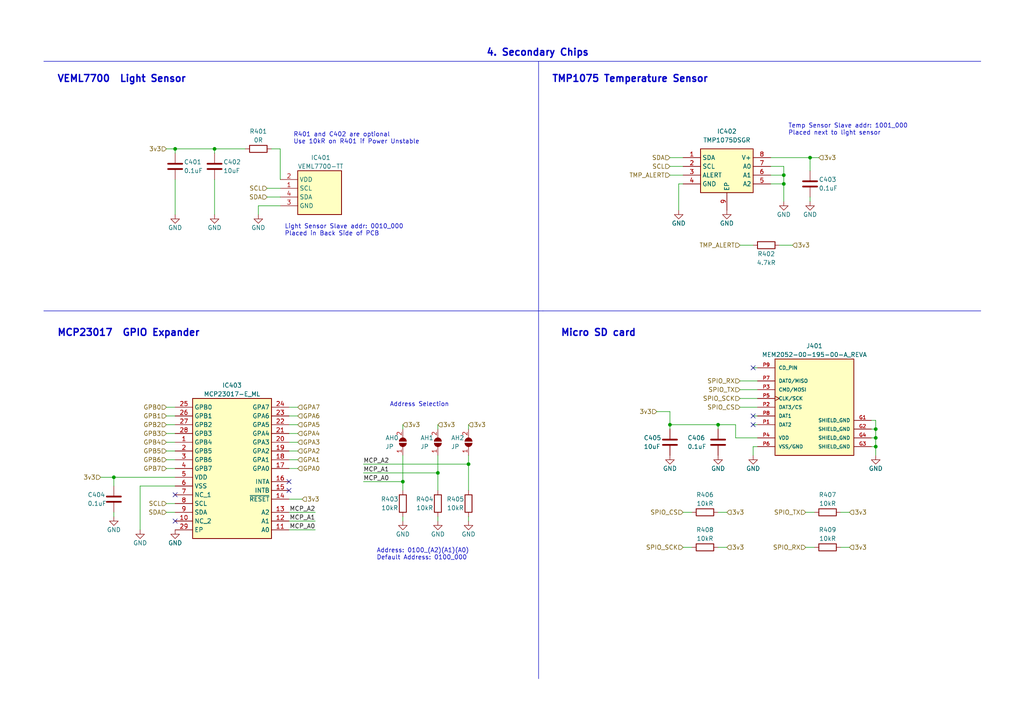
<source format=kicad_sch>
(kicad_sch (version 20230121) (generator eeschema)

  (uuid d9048cec-8a0a-4134-9f79-f35fa5f46baa)

  (paper "A4")

  (title_block
    (title "Solar Energy Manager")
    (rev "v1.0")
    (company "Thesis")
    (comment 1 "Author: Jason F J")
    (comment 2 "Matrk No: 3100513")
  )

  (lib_symbols
    (symbol "Device:C" (pin_numbers hide) (pin_names (offset 0.254)) (in_bom yes) (on_board yes)
      (property "Reference" "C" (at 0.635 2.54 0)
        (effects (font (size 1.27 1.27)) (justify left))
      )
      (property "Value" "C" (at 0.635 -2.54 0)
        (effects (font (size 1.27 1.27)) (justify left))
      )
      (property "Footprint" "" (at 0.9652 -3.81 0)
        (effects (font (size 1.27 1.27)) hide)
      )
      (property "Datasheet" "~" (at 0 0 0)
        (effects (font (size 1.27 1.27)) hide)
      )
      (property "ki_keywords" "cap capacitor" (at 0 0 0)
        (effects (font (size 1.27 1.27)) hide)
      )
      (property "ki_description" "Unpolarized capacitor" (at 0 0 0)
        (effects (font (size 1.27 1.27)) hide)
      )
      (property "ki_fp_filters" "C_*" (at 0 0 0)
        (effects (font (size 1.27 1.27)) hide)
      )
      (symbol "C_0_1"
        (polyline
          (pts
            (xy -2.032 -0.762)
            (xy 2.032 -0.762)
          )
          (stroke (width 0.508) (type default))
          (fill (type none))
        )
        (polyline
          (pts
            (xy -2.032 0.762)
            (xy 2.032 0.762)
          )
          (stroke (width 0.508) (type default))
          (fill (type none))
        )
      )
      (symbol "C_1_1"
        (pin passive line (at 0 3.81 270) (length 2.794)
          (name "~" (effects (font (size 1.27 1.27))))
          (number "1" (effects (font (size 1.27 1.27))))
        )
        (pin passive line (at 0 -3.81 90) (length 2.794)
          (name "~" (effects (font (size 1.27 1.27))))
          (number "2" (effects (font (size 1.27 1.27))))
        )
      )
    )
    (symbol "Device:R" (pin_numbers hide) (pin_names (offset 0)) (in_bom yes) (on_board yes)
      (property "Reference" "R" (at 2.032 0 90)
        (effects (font (size 1.27 1.27)))
      )
      (property "Value" "R" (at 0 0 90)
        (effects (font (size 1.27 1.27)))
      )
      (property "Footprint" "" (at -1.778 0 90)
        (effects (font (size 1.27 1.27)) hide)
      )
      (property "Datasheet" "~" (at 0 0 0)
        (effects (font (size 1.27 1.27)) hide)
      )
      (property "ki_keywords" "R res resistor" (at 0 0 0)
        (effects (font (size 1.27 1.27)) hide)
      )
      (property "ki_description" "Resistor" (at 0 0 0)
        (effects (font (size 1.27 1.27)) hide)
      )
      (property "ki_fp_filters" "R_*" (at 0 0 0)
        (effects (font (size 1.27 1.27)) hide)
      )
      (symbol "R_0_1"
        (rectangle (start -1.016 -2.54) (end 1.016 2.54)
          (stroke (width 0.254) (type default))
          (fill (type none))
        )
      )
      (symbol "R_1_1"
        (pin passive line (at 0 3.81 270) (length 1.27)
          (name "~" (effects (font (size 1.27 1.27))))
          (number "1" (effects (font (size 1.27 1.27))))
        )
        (pin passive line (at 0 -3.81 90) (length 1.27)
          (name "~" (effects (font (size 1.27 1.27))))
          (number "2" (effects (font (size 1.27 1.27))))
        )
      )
    )
    (symbol "Jumper:SolderJumper_2_Open" (pin_names (offset 0) hide) (in_bom yes) (on_board yes)
      (property "Reference" "JP" (at 0 2.032 0)
        (effects (font (size 1.27 1.27)))
      )
      (property "Value" "SolderJumper_2_Open" (at 0 -2.54 0)
        (effects (font (size 1.27 1.27)))
      )
      (property "Footprint" "" (at 0 0 0)
        (effects (font (size 1.27 1.27)) hide)
      )
      (property "Datasheet" "~" (at 0 0 0)
        (effects (font (size 1.27 1.27)) hide)
      )
      (property "ki_keywords" "solder jumper SPST" (at 0 0 0)
        (effects (font (size 1.27 1.27)) hide)
      )
      (property "ki_description" "Solder Jumper, 2-pole, open" (at 0 0 0)
        (effects (font (size 1.27 1.27)) hide)
      )
      (property "ki_fp_filters" "SolderJumper*Open*" (at 0 0 0)
        (effects (font (size 1.27 1.27)) hide)
      )
      (symbol "SolderJumper_2_Open_0_1"
        (arc (start -0.254 1.016) (mid -1.2656 0) (end -0.254 -1.016)
          (stroke (width 0) (type default))
          (fill (type none))
        )
        (arc (start -0.254 1.016) (mid -1.2656 0) (end -0.254 -1.016)
          (stroke (width 0) (type default))
          (fill (type outline))
        )
        (polyline
          (pts
            (xy -0.254 1.016)
            (xy -0.254 -1.016)
          )
          (stroke (width 0) (type default))
          (fill (type none))
        )
        (polyline
          (pts
            (xy 0.254 1.016)
            (xy 0.254 -1.016)
          )
          (stroke (width 0) (type default))
          (fill (type none))
        )
        (arc (start 0.254 -1.016) (mid 1.2656 0) (end 0.254 1.016)
          (stroke (width 0) (type default))
          (fill (type none))
        )
        (arc (start 0.254 -1.016) (mid 1.2656 0) (end 0.254 1.016)
          (stroke (width 0) (type default))
          (fill (type outline))
        )
      )
      (symbol "SolderJumper_2_Open_1_1"
        (pin passive line (at -3.81 0 0) (length 2.54)
          (name "A" (effects (font (size 1.27 1.27))))
          (number "1" (effects (font (size 1.27 1.27))))
        )
        (pin passive line (at 3.81 0 180) (length 2.54)
          (name "B" (effects (font (size 1.27 1.27))))
          (number "2" (effects (font (size 1.27 1.27))))
        )
      )
    )
    (symbol "MCP23017-E_ML:MCP23017-E_ML" (in_bom yes) (on_board yes)
      (property "Reference" "IC1" (at 16.51 13.97 0)
        (effects (font (size 1.27 1.27)))
      )
      (property "Value" "MCP23017-E_ML" (at 16.51 11.43 0)
        (effects (font (size 1.27 1.27)))
      )
      (property "Footprint" "MCP23017-E_ML:QFN65P600X600X100-29N-D" (at 29.21 -87.3 0)
        (effects (font (size 1.27 1.27)) (justify left top) hide)
      )
      (property "Datasheet" "https://datasheet.datasheetarchive.com/originals/distributors/SFDatasheet-4/sf-00090057.pdf" (at 29.21 -187.3 0)
        (effects (font (size 1.27 1.27)) (justify left top) hide)
      )
      (property "Height" "1" (at 29.21 -387.3 0)
        (effects (font (size 1.27 1.27)) (justify left top) hide)
      )
      (property "Mouser Part Number" "579-MCP23017-E/ML" (at 29.21 -487.3 0)
        (effects (font (size 1.27 1.27)) (justify left top) hide)
      )
      (property "Mouser Price/Stock" "https://www.mouser.co.uk/ProductDetail/Microchip-Technology/MCP23017-E-ML?qs=usxtMOJb1RwOdfCNDE63wQ%3D%3D" (at 29.21 -587.3 0)
        (effects (font (size 1.27 1.27)) (justify left top) hide)
      )
      (property "Manufacturer_Name" "Microchip" (at 29.21 -687.3 0)
        (effects (font (size 1.27 1.27)) (justify left top) hide)
      )
      (property "Manufacturer_Part_Number" "MCP23017-E/ML" (at 29.21 -787.3 0)
        (effects (font (size 1.27 1.27)) (justify left top) hide)
      )
      (property "ki_description" "16-bit Input/Output Expander, I2C" (at 0 0 0)
        (effects (font (size 1.27 1.27)) hide)
      )
      (symbol "MCP23017-E_ML_1_1"
        (rectangle (start 5.08 10.16) (end 27.94 -30.48)
          (stroke (width 0.254) (type default))
          (fill (type background))
        )
        (pin passive line (at 0 -2.54 0) (length 5.08)
          (name "GPB4" (effects (font (size 1.27 1.27))))
          (number "1" (effects (font (size 1.27 1.27))))
        )
        (pin passive line (at 0 -25.4 0) (length 5.08)
          (name "NC_2" (effects (font (size 1.27 1.27))))
          (number "10" (effects (font (size 1.27 1.27))))
        )
        (pin passive line (at 33.02 -27.94 180) (length 5.08)
          (name "A0" (effects (font (size 1.27 1.27))))
          (number "11" (effects (font (size 1.27 1.27))))
        )
        (pin passive line (at 33.02 -25.4 180) (length 5.08)
          (name "A1" (effects (font (size 1.27 1.27))))
          (number "12" (effects (font (size 1.27 1.27))))
        )
        (pin passive line (at 33.02 -22.86 180) (length 5.08)
          (name "A2" (effects (font (size 1.27 1.27))))
          (number "13" (effects (font (size 1.27 1.27))))
        )
        (pin passive line (at 33.02 -19.05 180) (length 5.08)
          (name "~{RESET}" (effects (font (size 1.27 1.27))))
          (number "14" (effects (font (size 1.27 1.27))))
        )
        (pin passive line (at 33.02 -16.51 180) (length 5.08)
          (name "INTB" (effects (font (size 1.27 1.27))))
          (number "15" (effects (font (size 1.27 1.27))))
        )
        (pin passive line (at 33.02 -13.97 180) (length 5.08)
          (name "INTA" (effects (font (size 1.27 1.27))))
          (number "16" (effects (font (size 1.27 1.27))))
        )
        (pin passive line (at 33.02 -10.16 180) (length 5.08)
          (name "GPA0" (effects (font (size 1.27 1.27))))
          (number "17" (effects (font (size 1.27 1.27))))
        )
        (pin passive line (at 33.02 -7.62 180) (length 5.08)
          (name "GPA1" (effects (font (size 1.27 1.27))))
          (number "18" (effects (font (size 1.27 1.27))))
        )
        (pin passive line (at 33.02 -5.08 180) (length 5.08)
          (name "GPA2" (effects (font (size 1.27 1.27))))
          (number "19" (effects (font (size 1.27 1.27))))
        )
        (pin passive line (at 0 -5.08 0) (length 5.08)
          (name "GPB5" (effects (font (size 1.27 1.27))))
          (number "2" (effects (font (size 1.27 1.27))))
        )
        (pin passive line (at 33.02 -2.54 180) (length 5.08)
          (name "GPA3" (effects (font (size 1.27 1.27))))
          (number "20" (effects (font (size 1.27 1.27))))
        )
        (pin passive line (at 33.02 0 180) (length 5.08)
          (name "GPA4" (effects (font (size 1.27 1.27))))
          (number "21" (effects (font (size 1.27 1.27))))
        )
        (pin passive line (at 33.02 2.54 180) (length 5.08)
          (name "GPA5" (effects (font (size 1.27 1.27))))
          (number "22" (effects (font (size 1.27 1.27))))
        )
        (pin passive line (at 33.02 5.08 180) (length 5.08)
          (name "GPA6" (effects (font (size 1.27 1.27))))
          (number "23" (effects (font (size 1.27 1.27))))
        )
        (pin passive line (at 33.02 7.62 180) (length 5.08)
          (name "GPA7" (effects (font (size 1.27 1.27))))
          (number "24" (effects (font (size 1.27 1.27))))
        )
        (pin passive line (at 0 7.62 0) (length 5.08)
          (name "GPB0" (effects (font (size 1.27 1.27))))
          (number "25" (effects (font (size 1.27 1.27))))
        )
        (pin passive line (at 0 5.08 0) (length 5.08)
          (name "GPB1" (effects (font (size 1.27 1.27))))
          (number "26" (effects (font (size 1.27 1.27))))
        )
        (pin passive line (at 0 2.54 0) (length 5.08)
          (name "GPB2" (effects (font (size 1.27 1.27))))
          (number "27" (effects (font (size 1.27 1.27))))
        )
        (pin passive line (at 0 0 0) (length 5.08)
          (name "GPB3" (effects (font (size 1.27 1.27))))
          (number "28" (effects (font (size 1.27 1.27))))
        )
        (pin passive line (at 0 -27.94 0) (length 5.08)
          (name "EP" (effects (font (size 1.27 1.27))))
          (number "29" (effects (font (size 1.27 1.27))))
        )
        (pin passive line (at 0 -7.62 0) (length 5.08)
          (name "GPB6" (effects (font (size 1.27 1.27))))
          (number "3" (effects (font (size 1.27 1.27))))
        )
        (pin passive line (at 0 -10.16 0) (length 5.08)
          (name "GPB7" (effects (font (size 1.27 1.27))))
          (number "4" (effects (font (size 1.27 1.27))))
        )
        (pin passive line (at 0 -12.7 0) (length 5.08)
          (name "VDD" (effects (font (size 1.27 1.27))))
          (number "5" (effects (font (size 1.27 1.27))))
        )
        (pin passive line (at 0 -15.24 0) (length 5.08)
          (name "VSS" (effects (font (size 1.27 1.27))))
          (number "6" (effects (font (size 1.27 1.27))))
        )
        (pin passive line (at 0 -17.78 0) (length 5.08)
          (name "NC_1" (effects (font (size 1.27 1.27))))
          (number "7" (effects (font (size 1.27 1.27))))
        )
        (pin passive line (at 0 -20.32 0) (length 5.08)
          (name "SCL" (effects (font (size 1.27 1.27))))
          (number "8" (effects (font (size 1.27 1.27))))
        )
        (pin passive line (at 0 -22.86 0) (length 5.08)
          (name "SDA" (effects (font (size 1.27 1.27))))
          (number "9" (effects (font (size 1.27 1.27))))
        )
      )
    )
    (symbol "MEM2052-00-195-00-A_REVA:MEM2052-00-195-00-A_REVA" (pin_names (offset 1.016)) (in_bom yes) (on_board yes)
      (property "Reference" "J6" (at 0 20.32 0)
        (effects (font (size 1.27 1.27)))
      )
      (property "Value" "MEM2052-00-195-00-A_REVA" (at 0 17.78 0)
        (effects (font (size 1.27 1.27)))
      )
      (property "Footprint" "MEM2052-00-195-00-A_REVA:GCT_MEM2052-00-195-00-A_REVA" (at 2.54 -22.86 0)
        (effects (font (size 1.27 1.27)) (justify bottom) hide)
      )
      (property "Datasheet" "" (at 1.27 -22.86 0)
        (effects (font (size 1.27 1.27)) hide)
      )
      (property "MF" "Global Connector Technology" (at 1.27 -22.86 0)
        (effects (font (size 1.27 1.27)) (justify bottom) hide)
      )
      (property "MAXIMUM_PACKAGE_HEIGHT" "1.95 mm" (at 1.27 -22.86 0)
        (effects (font (size 1.27 1.27)) (justify bottom) hide)
      )
      (property "Package" "None" (at 1.27 -22.86 0)
        (effects (font (size 1.27 1.27)) (justify bottom) hide)
      )
      (property "Price" "None" (at 1.27 -22.86 0)
        (effects (font (size 1.27 1.27)) (justify bottom) hide)
      )
      (property "Check_prices" "https://www.snapeda.com/parts/MEM2052-00-195-00-A/Global+Connector+Technology/view-part/?ref=eda" (at 2.54 -22.86 0)
        (effects (font (size 1.27 1.27)) (justify bottom) hide)
      )
      (property "STANDARD" "Manufacturer Recommendations" (at 1.27 -22.86 0)
        (effects (font (size 1.27 1.27)) (justify bottom) hide)
      )
      (property "PARTREV" "A" (at 1.27 -22.86 0)
        (effects (font (size 1.27 1.27)) (justify bottom) hide)
      )
      (property "SnapEDA_Link" "https://www.snapeda.com/parts/MEM2052-00-195-00-A/Global+Connector+Technology/view-part/?ref=snap" (at 2.54 -22.86 0)
        (effects (font (size 1.27 1.27)) (justify bottom) hide)
      )
      (property "MP" "MEM2052-00-195-00-A" (at 1.27 -22.86 0)
        (effects (font (size 1.27 1.27)) (justify bottom) hide)
      )
      (property "Description" "\nMicroSD Push push Memory Card Connector\n" (at 1.27 -22.86 0)
        (effects (font (size 1.27 1.27)) (justify bottom) hide)
      )
      (property "MANUFACTURER" "Global Connector Technology" (at 1.27 -22.86 0)
        (effects (font (size 1.27 1.27)) (justify bottom) hide)
      )
      (property "Availability" "In Stock" (at 1.27 -22.86 0)
        (effects (font (size 1.27 1.27)) (justify bottom) hide)
      )
      (property "SNAPEDA_PN" "MEM2052-00-195-00-A" (at 1.27 -22.86 0)
        (effects (font (size 1.27 1.27)) (justify bottom) hide)
      )
      (symbol "MEM2052-00-195-00-A_REVA_0_0"
        (rectangle (start -11.43 15.24) (end 11.43 -12.7)
          (stroke (width 0.254) (type default))
          (fill (type background))
        )
        (pin power_in line (at 16.51 -2.54 180) (length 5.08)
          (name "SHIELD_GND" (effects (font (size 1.016 1.016))))
          (number "G1" (effects (font (size 1.016 1.016))))
        )
        (pin power_in line (at 16.51 -5.08 180) (length 5.08)
          (name "SHIELD_GND" (effects (font (size 1.016 1.016))))
          (number "G2" (effects (font (size 1.016 1.016))))
        )
        (pin power_in line (at 16.51 -10.16 180) (length 5.08)
          (name "SHIELD_GND" (effects (font (size 1.016 1.016))))
          (number "G3" (effects (font (size 1.016 1.016))))
        )
        (pin power_in line (at 16.51 -7.62 180) (length 5.08)
          (name "SHIELD_GND" (effects (font (size 1.016 1.016))))
          (number "G4" (effects (font (size 1.016 1.016))))
        )
        (pin bidirectional line (at -16.51 -3.81 0) (length 5.08)
          (name "DAT2" (effects (font (size 1.016 1.016))))
          (number "P1" (effects (font (size 1.016 1.016))))
        )
        (pin power_in line (at -16.51 -7.62 0) (length 5.08)
          (name "VDD" (effects (font (size 1.016 1.016))))
          (number "P4" (effects (font (size 1.016 1.016))))
        )
        (pin bidirectional line (at -16.51 -1.27 0) (length 5.08)
          (name "DAT1" (effects (font (size 1.016 1.016))))
          (number "P8" (effects (font (size 1.016 1.016))))
        )
        (pin passive line (at -16.51 12.7 0) (length 5.08)
          (name "CD_PIN" (effects (font (size 1.016 1.016))))
          (number "P9" (effects (font (size 1.016 1.016))))
        )
      )
      (symbol "MEM2052-00-195-00-A_REVA_1_0"
        (pin bidirectional line (at -16.51 1.27 0) (length 5.08)
          (name "DAT3/CS" (effects (font (size 1.016 1.016))))
          (number "P2" (effects (font (size 1.016 1.016))))
        )
        (pin bidirectional line (at -16.51 6.35 0) (length 5.08)
          (name "CMD/MOSI" (effects (font (size 1.016 1.016))))
          (number "P3" (effects (font (size 1.016 1.016))))
        )
        (pin input clock (at -16.51 3.81 0) (length 5.08)
          (name "CLK/SCK" (effects (font (size 1.016 1.016))))
          (number "P5" (effects (font (size 1.016 1.016))))
        )
        (pin power_in line (at -16.51 -10.16 0) (length 5.08)
          (name "VSS/GND" (effects (font (size 1.016 1.016))))
          (number "P6" (effects (font (size 1.016 1.016))))
        )
        (pin bidirectional line (at -16.51 8.89 0) (length 5.08)
          (name "DAT0/MISO" (effects (font (size 1.016 1.016))))
          (number "P7" (effects (font (size 1.016 1.016))))
        )
      )
    )
    (symbol "TMP1075DSGR:TMP1075DSGR" (in_bom yes) (on_board yes)
      (property "Reference" "IC2" (at 12.7 6.35 0)
        (effects (font (size 1.27 1.27)))
      )
      (property "Value" "TMP1075DSGR" (at 12.7 3.81 0)
        (effects (font (size 1.27 1.27)))
      )
      (property "Footprint" "TMP1075DSGR:SON50P200X200X80-9N" (at 26.67 -94.92 0)
        (effects (font (size 1.27 1.27)) (justify left top) hide)
      )
      (property "Datasheet" "http://www.ti.com/lit/ds/symlink/tmp1075.pdf" (at 26.67 -194.92 0)
        (effects (font (size 1.27 1.27)) (justify left top) hide)
      )
      (property "Height" "0.8" (at 26.67 -394.92 0)
        (effects (font (size 1.27 1.27)) (justify left top) hide)
      )
      (property "Mouser Part Number" "595-TMP1075DSGR" (at 26.67 -494.92 0)
        (effects (font (size 1.27 1.27)) (justify left top) hide)
      )
      (property "Mouser Price/Stock" "https://www.mouser.co.uk/ProductDetail/Texas-Instruments/TMP1075DSGR?qs=gZXFycFWdAOidBdJW42bRw%3D%3D" (at 26.67 -594.92 0)
        (effects (font (size 1.27 1.27)) (justify left top) hide)
      )
      (property "Manufacturer_Name" "Texas Instruments" (at 26.67 -694.92 0)
        (effects (font (size 1.27 1.27)) (justify left top) hide)
      )
      (property "Manufacturer_Part_Number" "TMP1075DSGR" (at 26.67 -794.92 0)
        (effects (font (size 1.27 1.27)) (justify left top) hide)
      )
      (property "ki_description" "High-accuracy upgrade to industry standard LM75 / TMP75 I2C temperature sensor" (at 0 0 0)
        (effects (font (size 1.27 1.27)) hide)
      )
      (symbol "TMP1075DSGR_1_1"
        (rectangle (start 5.08 2.54) (end 20.32 -10.16)
          (stroke (width 0.254) (type default))
          (fill (type background))
        )
        (pin passive line (at 0 0 0) (length 5.08)
          (name "SDA" (effects (font (size 1.27 1.27))))
          (number "1" (effects (font (size 1.27 1.27))))
        )
        (pin passive line (at 0 -2.54 0) (length 5.08)
          (name "SCL" (effects (font (size 1.27 1.27))))
          (number "2" (effects (font (size 1.27 1.27))))
        )
        (pin passive line (at 0 -5.08 0) (length 5.08)
          (name "ALERT" (effects (font (size 1.27 1.27))))
          (number "3" (effects (font (size 1.27 1.27))))
        )
        (pin passive line (at 0 -7.62 0) (length 5.08)
          (name "GND" (effects (font (size 1.27 1.27))))
          (number "4" (effects (font (size 1.27 1.27))))
        )
        (pin passive line (at 25.4 -7.62 180) (length 5.08)
          (name "A2" (effects (font (size 1.27 1.27))))
          (number "5" (effects (font (size 1.27 1.27))))
        )
        (pin passive line (at 25.4 -5.08 180) (length 5.08)
          (name "A1" (effects (font (size 1.27 1.27))))
          (number "6" (effects (font (size 1.27 1.27))))
        )
        (pin passive line (at 25.4 -2.54 180) (length 5.08)
          (name "A0" (effects (font (size 1.27 1.27))))
          (number "7" (effects (font (size 1.27 1.27))))
        )
        (pin passive line (at 25.4 0 180) (length 5.08)
          (name "V+" (effects (font (size 1.27 1.27))))
          (number "8" (effects (font (size 1.27 1.27))))
        )
        (pin passive line (at 12.7 -15.24 90) (length 5.08)
          (name "EP" (effects (font (size 1.27 1.27))))
          (number "9" (effects (font (size 1.27 1.27))))
        )
      )
    )
    (symbol "VEML7700-TT:VEML7700-TT" (in_bom yes) (on_board yes)
      (property "Reference" "IC3" (at 19.05 -2.54 0)
        (effects (font (size 1.27 1.27)) (justify left))
      )
      (property "Value" "VEML7700-TT" (at 19.05 -5.08 0)
        (effects (font (size 1.27 1.27)) (justify left))
      )
      (property "Footprint" "VEML7700" (at 19.05 -94.92 0)
        (effects (font (size 1.27 1.27)) (justify left top) hide)
      )
      (property "Datasheet" "https://www.arrow.com/en/products/veml7700-tt/vishay" (at 19.05 -194.92 0)
        (effects (font (size 1.27 1.27)) (justify left top) hide)
      )
      (property "Height" "" (at 19.05 -394.92 0)
        (effects (font (size 1.27 1.27)) (justify left top) hide)
      )
      (property "Mouser Part Number" "78-VEML7700-TT" (at 19.05 -494.92 0)
        (effects (font (size 1.27 1.27)) (justify left top) hide)
      )
      (property "Mouser Price/Stock" "https://www.mouser.co.uk/ProductDetail/Vishay-Semiconductors/VEML7700-TT?qs=BcfjnG7NVaXdL6DJFdWbdw%3D%3D" (at 19.05 -594.92 0)
        (effects (font (size 1.27 1.27)) (justify left top) hide)
      )
      (property "Manufacturer_Name" "Vishay" (at 19.05 -694.92 0)
        (effects (font (size 1.27 1.27)) (justify left top) hide)
      )
      (property "Manufacturer_Part_Number" "VEML7700-TT" (at 19.05 -794.92 0)
        (effects (font (size 1.27 1.27)) (justify left top) hide)
      )
      (property "ki_description" "16Bit Ambient Light Sensor I2C 6.8x2.3mm" (at 0 0 0)
        (effects (font (size 1.27 1.27)) hide)
      )
      (symbol "VEML7700-TT_1_1"
        (rectangle (start 5.08 2.54) (end 17.78 -10.16)
          (stroke (width 0.254) (type default))
          (fill (type background))
        )
        (pin passive line (at 0 -2.54 0) (length 5.08)
          (name "SCL" (effects (font (size 1.27 1.27))))
          (number "1" (effects (font (size 1.27 1.27))))
        )
        (pin passive line (at 0 0 0) (length 5.08)
          (name "VDD" (effects (font (size 1.27 1.27))))
          (number "2" (effects (font (size 1.27 1.27))))
        )
        (pin passive line (at 0 -7.62 0) (length 5.08)
          (name "GND" (effects (font (size 1.27 1.27))))
          (number "3" (effects (font (size 1.27 1.27))))
        )
        (pin passive line (at 0 -5.08 0) (length 5.08)
          (name "SDA" (effects (font (size 1.27 1.27))))
          (number "4" (effects (font (size 1.27 1.27))))
        )
      )
    )
    (symbol "power:GND" (power) (pin_names (offset 0)) (in_bom yes) (on_board yes)
      (property "Reference" "#PWR" (at 0 -6.35 0)
        (effects (font (size 1.27 1.27)) hide)
      )
      (property "Value" "GND" (at 0 -3.81 0)
        (effects (font (size 1.27 1.27)))
      )
      (property "Footprint" "" (at 0 0 0)
        (effects (font (size 1.27 1.27)) hide)
      )
      (property "Datasheet" "" (at 0 0 0)
        (effects (font (size 1.27 1.27)) hide)
      )
      (property "ki_keywords" "global power" (at 0 0 0)
        (effects (font (size 1.27 1.27)) hide)
      )
      (property "ki_description" "Power symbol creates a global label with name \"GND\" , ground" (at 0 0 0)
        (effects (font (size 1.27 1.27)) hide)
      )
      (symbol "GND_0_1"
        (polyline
          (pts
            (xy 0 0)
            (xy 0 -1.27)
            (xy 1.27 -1.27)
            (xy 0 -2.54)
            (xy -1.27 -1.27)
            (xy 0 -1.27)
          )
          (stroke (width 0) (type default))
          (fill (type none))
        )
      )
      (symbol "GND_1_1"
        (pin power_in line (at 0 0 270) (length 0) hide
          (name "GND" (effects (font (size 1.27 1.27))))
          (number "1" (effects (font (size 1.27 1.27))))
        )
      )
    )
  )

  (junction (at 254 127) (diameter 0) (color 0 0 0 0)
    (uuid 0d86b069-04f5-4dc3-8422-0b56f94f2f6d)
  )
  (junction (at 127 137.16) (diameter 0) (color 0 0 0 0)
    (uuid 1286c6b5-9dbf-4351-80ee-b974adb305e6)
  )
  (junction (at 254 124.46) (diameter 0) (color 0 0 0 0)
    (uuid 191c0ace-0fc8-468c-b31b-0dc2ccbdf730)
  )
  (junction (at 33.02 138.43) (diameter 0) (color 0 0 0 0)
    (uuid 50110e2e-5826-4028-a0b4-08b29e3ff92b)
  )
  (junction (at 254 129.54) (diameter 0) (color 0 0 0 0)
    (uuid 51fcd174-5600-49d4-bb4c-9ccc03909954)
  )
  (junction (at 227.33 50.8) (diameter 0) (color 0 0 0 0)
    (uuid 6f9d7b85-99f7-4f37-a666-a51216b5c06b)
  )
  (junction (at 135.89 134.62) (diameter 0) (color 0 0 0 0)
    (uuid 7389bd2e-dbcc-4533-a878-db709346e91b)
  )
  (junction (at 62.23 43.18) (diameter 0) (color 0 0 0 0)
    (uuid 7b2150fb-61de-442f-9573-d64405b8faca)
  )
  (junction (at 194.31 123.19) (diameter 0) (color 0 0 0 0)
    (uuid 80e88229-2318-4db7-9c16-06c6b7b1e5f5)
  )
  (junction (at 234.95 45.72) (diameter 0) (color 0 0 0 0)
    (uuid 99c1a115-2bb5-48f1-af54-7c2670101244)
  )
  (junction (at 50.8 43.18) (diameter 0) (color 0 0 0 0)
    (uuid 9c64bf4b-c99e-42ae-a1e2-4c18919aa92f)
  )
  (junction (at 227.33 53.34) (diameter 0) (color 0 0 0 0)
    (uuid a9eade42-5c97-45b3-8e6a-ace6329aca07)
  )
  (junction (at 116.84 139.7) (diameter 0) (color 0 0 0 0)
    (uuid b719205d-5f5a-42e8-8441-2b1e2a4d5040)
  )
  (junction (at 208.28 123.19) (diameter 0) (color 0 0 0 0)
    (uuid dd0afcb0-5242-4bf7-8abc-c09581229d74)
  )

  (no_connect (at 50.8 151.13) (uuid 0bb58abe-54ee-4867-a492-1509f49a089d))
  (no_connect (at 218.44 120.65) (uuid 1a1cbf26-3c1e-4302-8693-9dcf9a1dee3f))
  (no_connect (at 50.8 143.51) (uuid 60f8acbb-7095-46f8-a15a-090d13b27932))
  (no_connect (at 83.82 139.7) (uuid 6466b16b-72a6-47b5-afc5-fa071796225d))
  (no_connect (at 83.82 142.24) (uuid b44051c5-a5dd-4a7d-ac0b-4b49306176ad))
  (no_connect (at 218.44 106.68) (uuid f926241e-ead9-46be-a3ba-7a94dfb425d0))
  (no_connect (at 218.44 123.19) (uuid fd9f5d7d-0b21-45f8-a5f7-8c2c6e97ebcd))

  (wire (pts (xy 218.44 123.19) (xy 219.71 123.19))
    (stroke (width 0) (type default))
    (uuid 04abbac7-6612-44c1-a333-ec4c5f641919)
  )
  (wire (pts (xy 214.63 118.11) (xy 219.71 118.11))
    (stroke (width 0) (type default))
    (uuid 04d63532-4c62-4f97-8d3e-fbd10b7923be)
  )
  (polyline (pts (xy 12.7 17.78) (xy 284.48 17.78))
    (stroke (width 0) (type default))
    (uuid 05f23a98-eb65-4298-9f27-37addbe71f78)
  )

  (wire (pts (xy 127 123.19) (xy 127 124.46))
    (stroke (width 0) (type default))
    (uuid 067d3608-9a64-459b-8ea8-824e6cc6557b)
  )
  (wire (pts (xy 86.36 118.11) (xy 83.82 118.11))
    (stroke (width 0) (type default))
    (uuid 0d827aad-3316-46f9-97ec-0a93b509ec43)
  )
  (wire (pts (xy 254 132.08) (xy 254 129.54))
    (stroke (width 0) (type default))
    (uuid 1004cded-6b92-468f-a480-373a36e52d19)
  )
  (wire (pts (xy 50.8 52.07) (xy 50.8 62.23))
    (stroke (width 0) (type default))
    (uuid 10dc6e24-ad24-4ade-acbf-56ad5c6be666)
  )
  (wire (pts (xy 86.36 135.89) (xy 83.82 135.89))
    (stroke (width 0) (type default))
    (uuid 110fb029-5934-4ba5-aad0-757aa36671e5)
  )
  (wire (pts (xy 50.8 43.18) (xy 62.23 43.18))
    (stroke (width 0) (type default))
    (uuid 1322b93b-d7e5-4d97-9b02-686ae7c743da)
  )
  (wire (pts (xy 48.26 130.81) (xy 50.8 130.81))
    (stroke (width 0) (type default))
    (uuid 153013d3-086b-4e81-981a-cafc314cf21d)
  )
  (wire (pts (xy 252.73 121.92) (xy 254 121.92))
    (stroke (width 0) (type default))
    (uuid 180f2c89-222e-4eb5-8fcb-e1bb9d18b049)
  )
  (wire (pts (xy 223.52 48.26) (xy 227.33 48.26))
    (stroke (width 0) (type default))
    (uuid 1824c99d-1a21-4a8d-b42e-d6013cb7689d)
  )
  (wire (pts (xy 127 151.13) (xy 127 149.86))
    (stroke (width 0) (type default))
    (uuid 1b50fd76-2c09-4266-8782-aba95707d023)
  )
  (wire (pts (xy 83.82 148.59) (xy 91.44 148.59))
    (stroke (width 0) (type default))
    (uuid 212db1d2-a20e-496c-810e-69a081f0c86b)
  )
  (wire (pts (xy 77.47 54.61) (xy 81.28 54.61))
    (stroke (width 0) (type default))
    (uuid 218bd9f0-37cb-4f1c-8109-d8744b17a26a)
  )
  (wire (pts (xy 194.31 123.19) (xy 208.28 123.19))
    (stroke (width 0) (type default))
    (uuid 2363eca4-846a-4535-97db-47f144d2d786)
  )
  (wire (pts (xy 213.36 123.19) (xy 208.28 123.19))
    (stroke (width 0) (type default))
    (uuid 268e5c3d-0a58-4852-baf6-7a244e734523)
  )
  (wire (pts (xy 234.95 57.15) (xy 234.95 58.42))
    (stroke (width 0) (type default))
    (uuid 2839e9b8-ac1b-4ad1-a57e-36214998b0d5)
  )
  (wire (pts (xy 77.47 57.15) (xy 81.28 57.15))
    (stroke (width 0) (type default))
    (uuid 2a72d3a1-f400-4af3-94bc-6e3b447f92ab)
  )
  (wire (pts (xy 48.26 146.05) (xy 50.8 146.05))
    (stroke (width 0) (type default))
    (uuid 2c74a700-3638-4d9e-ada5-757acb072064)
  )
  (wire (pts (xy 48.26 118.11) (xy 50.8 118.11))
    (stroke (width 0) (type default))
    (uuid 32293bc7-f536-4066-8ea9-5ab2e4a3aca3)
  )
  (wire (pts (xy 50.8 140.97) (xy 40.64 140.97))
    (stroke (width 0) (type default))
    (uuid 370a8059-2a1c-403f-af25-d366b65b3a5a)
  )
  (wire (pts (xy 208.28 158.75) (xy 210.82 158.75))
    (stroke (width 0) (type default))
    (uuid 37777c11-0c7b-446e-8e09-d3db6c906ac7)
  )
  (wire (pts (xy 252.73 124.46) (xy 254 124.46))
    (stroke (width 0) (type default))
    (uuid 380bfbea-d5ad-481b-80df-18d6ad68e60f)
  )
  (wire (pts (xy 135.89 123.19) (xy 135.89 124.46))
    (stroke (width 0) (type default))
    (uuid 3b0964c5-e206-43ee-beab-255f91eb0fd5)
  )
  (wire (pts (xy 86.36 128.27) (xy 83.82 128.27))
    (stroke (width 0) (type default))
    (uuid 3c4cf9e2-4fe7-4d9c-a279-37a84f4b8cbc)
  )
  (wire (pts (xy 190.5 119.38) (xy 194.31 119.38))
    (stroke (width 0) (type default))
    (uuid 3c67ba28-5796-4ffe-8b8d-ec1b51d60425)
  )
  (wire (pts (xy 105.41 137.16) (xy 127 137.16))
    (stroke (width 0) (type default))
    (uuid 3d32ad07-09ad-4232-a392-e99e74de3eaf)
  )
  (wire (pts (xy 127 132.08) (xy 127 137.16))
    (stroke (width 0) (type default))
    (uuid 40335d2a-c1ab-418a-ba9d-8eccec2a26c1)
  )
  (wire (pts (xy 135.89 151.13) (xy 135.89 149.86))
    (stroke (width 0) (type default))
    (uuid 4194fdcc-af71-40b1-8b44-e4c7bbea8eb6)
  )
  (wire (pts (xy 234.95 45.72) (xy 234.95 49.53))
    (stroke (width 0) (type default))
    (uuid 42e9d713-04b8-434b-a232-434b94bff237)
  )
  (wire (pts (xy 227.33 53.34) (xy 227.33 58.42))
    (stroke (width 0) (type default))
    (uuid 45f57f32-4320-465f-a18f-94f04c0ebbd9)
  )
  (wire (pts (xy 48.26 135.89) (xy 50.8 135.89))
    (stroke (width 0) (type default))
    (uuid 470cd334-2d5c-44e5-98ac-64f32505ccf5)
  )
  (wire (pts (xy 81.28 59.69) (xy 74.93 59.69))
    (stroke (width 0) (type default))
    (uuid 473b9e80-6252-409c-8a57-15a814dfed8e)
  )
  (wire (pts (xy 40.64 140.97) (xy 40.64 153.67))
    (stroke (width 0) (type default))
    (uuid 47f17d3d-3a91-4698-a8d2-53ccfe8a1002)
  )
  (wire (pts (xy 48.26 123.19) (xy 50.8 123.19))
    (stroke (width 0) (type default))
    (uuid 49b0d773-f8f7-4e80-bc6f-6d3b1d1bd9bc)
  )
  (wire (pts (xy 194.31 124.46) (xy 194.31 123.19))
    (stroke (width 0) (type default))
    (uuid 4cad64e3-d95b-42fc-a00e-6f646bc372ae)
  )
  (wire (pts (xy 194.31 50.8) (xy 198.12 50.8))
    (stroke (width 0) (type default))
    (uuid 53bae640-5f63-4967-8ed9-ae1677dca2d5)
  )
  (wire (pts (xy 218.44 132.08) (xy 218.44 129.54))
    (stroke (width 0) (type default))
    (uuid 55bd0e26-7553-42fa-95e6-e6dfb1635fb4)
  )
  (polyline (pts (xy 12.7 90.17) (xy 157.48 90.17))
    (stroke (width 0) (type default))
    (uuid 55c1e55e-735d-409a-837b-c3020c8ac086)
  )

  (wire (pts (xy 234.95 45.72) (xy 237.49 45.72))
    (stroke (width 0) (type default))
    (uuid 5ce652b9-b37f-4bd3-a514-92d94ab62ddb)
  )
  (wire (pts (xy 218.44 129.54) (xy 219.71 129.54))
    (stroke (width 0) (type default))
    (uuid 5ed65819-586a-4198-9123-82fd982b30c1)
  )
  (wire (pts (xy 48.26 148.59) (xy 50.8 148.59))
    (stroke (width 0) (type default))
    (uuid 5eefee01-7340-494a-ac8c-b40b2c9c5dd5)
  )
  (wire (pts (xy 252.73 129.54) (xy 254 129.54))
    (stroke (width 0) (type default))
    (uuid 5f9f65a3-c3a7-43cc-8a32-0b829b063a08)
  )
  (wire (pts (xy 227.33 50.8) (xy 227.33 53.34))
    (stroke (width 0) (type default))
    (uuid 6a369b0f-5de9-49d6-88cb-78a848d22a49)
  )
  (wire (pts (xy 200.66 148.59) (xy 198.12 148.59))
    (stroke (width 0) (type default))
    (uuid 6a9a6115-1d37-4762-8116-302d7bc34df1)
  )
  (wire (pts (xy 62.23 43.18) (xy 71.12 43.18))
    (stroke (width 0) (type default))
    (uuid 6e16e378-3482-4bf0-9bf5-e1bb23366474)
  )
  (wire (pts (xy 116.84 139.7) (xy 116.84 142.24))
    (stroke (width 0) (type default))
    (uuid 6fa89d23-4c29-499b-b207-0b016d7fac16)
  )
  (wire (pts (xy 194.31 48.26) (xy 198.12 48.26))
    (stroke (width 0) (type default))
    (uuid 7251e3d1-92bc-4eed-bbb1-f651be97ece7)
  )
  (wire (pts (xy 223.52 45.72) (xy 234.95 45.72))
    (stroke (width 0) (type default))
    (uuid 79957bdf-d278-4707-b13d-7c304dec4f6c)
  )
  (wire (pts (xy 218.44 120.65) (xy 219.71 120.65))
    (stroke (width 0) (type default))
    (uuid 79deaff2-4922-4005-888b-1e31d9677e13)
  )
  (wire (pts (xy 243.84 148.59) (xy 246.38 148.59))
    (stroke (width 0) (type default))
    (uuid 7af00909-d3b5-48ef-8188-02546cd1bf5f)
  )
  (wire (pts (xy 243.84 158.75) (xy 246.38 158.75))
    (stroke (width 0) (type default))
    (uuid 7df2f730-516e-402d-a295-5d1158299f8a)
  )
  (wire (pts (xy 48.26 43.18) (xy 50.8 43.18))
    (stroke (width 0) (type default))
    (uuid 83c9aca3-e5e9-4dd9-af37-a94850946657)
  )
  (wire (pts (xy 116.84 123.19) (xy 116.84 124.46))
    (stroke (width 0) (type default))
    (uuid 84280f3d-f45c-41a4-93ac-816889d9461d)
  )
  (wire (pts (xy 214.63 113.03) (xy 219.71 113.03))
    (stroke (width 0) (type default))
    (uuid 8501fdc2-4fd0-4903-9dc3-6582e9e1257b)
  )
  (wire (pts (xy 254 127) (xy 254 129.54))
    (stroke (width 0) (type default))
    (uuid 86d7d457-b7c3-4c9f-804b-d8b22eec75b9)
  )
  (wire (pts (xy 208.28 148.59) (xy 210.82 148.59))
    (stroke (width 0) (type default))
    (uuid 87cfba39-b4d0-4047-b524-8b22d98381e4)
  )
  (wire (pts (xy 214.63 115.57) (xy 219.71 115.57))
    (stroke (width 0) (type default))
    (uuid 88f6265c-49b7-43db-9c0f-6287b2c7ae6a)
  )
  (wire (pts (xy 48.26 133.35) (xy 50.8 133.35))
    (stroke (width 0) (type default))
    (uuid 89957980-9ce5-48f0-a5d0-8d4ba939b52b)
  )
  (wire (pts (xy 233.68 148.59) (xy 236.22 148.59))
    (stroke (width 0) (type default))
    (uuid 8a6b7dcf-3059-4b2d-9e3e-9f7b7b66848b)
  )
  (wire (pts (xy 33.02 148.59) (xy 33.02 149.86))
    (stroke (width 0) (type default))
    (uuid 8a796cf8-61cb-497a-8bb6-5ca3b933d938)
  )
  (wire (pts (xy 116.84 151.13) (xy 116.84 149.86))
    (stroke (width 0) (type default))
    (uuid 8b99218c-12fc-4a1e-877a-c115780d8f38)
  )
  (wire (pts (xy 218.44 106.68) (xy 219.71 106.68))
    (stroke (width 0) (type default))
    (uuid 8d8571db-0003-4953-be6b-674ca067c139)
  )
  (wire (pts (xy 198.12 53.34) (xy 196.85 53.34))
    (stroke (width 0) (type default))
    (uuid 91355a64-0d84-42ea-b661-0f68440815b0)
  )
  (wire (pts (xy 196.85 53.34) (xy 196.85 60.96))
    (stroke (width 0) (type default))
    (uuid 913a4513-f3b1-4003-831d-22add0024116)
  )
  (wire (pts (xy 223.52 53.34) (xy 227.33 53.34))
    (stroke (width 0) (type default))
    (uuid 95d238e1-0e4d-4bb8-8689-9db35db3e7ff)
  )
  (polyline (pts (xy 157.48 90.17) (xy 284.48 90.17))
    (stroke (width 0) (type default))
    (uuid 9aed5863-c282-4170-b8f8-5f259915592e)
  )

  (wire (pts (xy 48.26 120.65) (xy 50.8 120.65))
    (stroke (width 0) (type default))
    (uuid a0052700-85c7-4cf8-a2a0-9d5f9c755c9e)
  )
  (wire (pts (xy 194.31 45.72) (xy 198.12 45.72))
    (stroke (width 0) (type default))
    (uuid a06e8618-8665-41c9-b6fa-76ab2b9c5006)
  )
  (wire (pts (xy 105.41 134.62) (xy 135.89 134.62))
    (stroke (width 0) (type default))
    (uuid a2be8d68-6f79-4293-9de1-05c4b616579a)
  )
  (wire (pts (xy 81.28 43.18) (xy 78.74 43.18))
    (stroke (width 0) (type default))
    (uuid a38275e6-efb5-47f2-92aa-634cb2b65c69)
  )
  (wire (pts (xy 74.93 59.69) (xy 74.93 62.23))
    (stroke (width 0) (type default))
    (uuid a5c5021b-f471-4276-b4ff-178adab82734)
  )
  (wire (pts (xy 83.82 153.67) (xy 91.44 153.67))
    (stroke (width 0) (type default))
    (uuid a9eb98e5-9959-445f-aa4f-2ed7671eff8d)
  )
  (wire (pts (xy 127 137.16) (xy 127 142.24))
    (stroke (width 0) (type default))
    (uuid aa180e60-1c7c-43e5-a2a5-59e17dc37da5)
  )
  (wire (pts (xy 50.8 43.18) (xy 50.8 44.45))
    (stroke (width 0) (type default))
    (uuid b0418784-093a-4d2a-9e21-7dcd0d8fbdf3)
  )
  (wire (pts (xy 86.36 120.65) (xy 83.82 120.65))
    (stroke (width 0) (type default))
    (uuid b289718e-0adf-4f42-a6e2-5e5676fcfc0e)
  )
  (wire (pts (xy 226.06 71.12) (xy 229.87 71.12))
    (stroke (width 0) (type default))
    (uuid b48294e9-cd86-43de-ac8f-2676a23926c5)
  )
  (wire (pts (xy 214.63 110.49) (xy 219.71 110.49))
    (stroke (width 0) (type default))
    (uuid b5617ca8-fc66-4b2b-ad15-411b1fe88b6a)
  )
  (wire (pts (xy 86.36 130.81) (xy 83.82 130.81))
    (stroke (width 0) (type default))
    (uuid b7aeba04-ae48-4aab-a238-f72cbaef4051)
  )
  (polyline (pts (xy 156.21 17.78) (xy 156.21 196.85))
    (stroke (width 0) (type default))
    (uuid bdebb0b4-3372-4fd6-b05e-4b0e2c1be898)
  )

  (wire (pts (xy 214.63 71.12) (xy 218.44 71.12))
    (stroke (width 0) (type default))
    (uuid beba71f8-91db-457e-865d-e08ef1c63d1c)
  )
  (wire (pts (xy 83.82 144.78) (xy 87.63 144.78))
    (stroke (width 0) (type default))
    (uuid bf0179a6-3403-41e8-8dd9-daaab5f1fff7)
  )
  (wire (pts (xy 62.23 43.18) (xy 62.23 44.45))
    (stroke (width 0) (type default))
    (uuid bfef70b7-e25b-465a-8b6d-54434c7d4dd2)
  )
  (wire (pts (xy 223.52 50.8) (xy 227.33 50.8))
    (stroke (width 0) (type default))
    (uuid c43b6f14-de91-4ce6-8023-f046d1db4205)
  )
  (wire (pts (xy 105.41 139.7) (xy 116.84 139.7))
    (stroke (width 0) (type default))
    (uuid c6fe05ad-0c82-4063-bd4c-d91215beb4d7)
  )
  (wire (pts (xy 219.71 127) (xy 213.36 127))
    (stroke (width 0) (type default))
    (uuid c7f0d0df-dab3-445c-89ef-5498b2207e0b)
  )
  (wire (pts (xy 254 124.46) (xy 254 127))
    (stroke (width 0) (type default))
    (uuid c88d8af0-0c41-451d-8307-fe1456e8b1d4)
  )
  (wire (pts (xy 254 121.92) (xy 254 124.46))
    (stroke (width 0) (type default))
    (uuid c8fedc4e-6fc5-448c-a8a1-7592e8228c8f)
  )
  (wire (pts (xy 213.36 127) (xy 213.36 123.19))
    (stroke (width 0) (type default))
    (uuid ca0fcdb5-d54c-4ed0-82ad-0783ab5b0c67)
  )
  (wire (pts (xy 81.28 43.18) (xy 81.28 52.07))
    (stroke (width 0) (type default))
    (uuid cab50dfb-d133-4149-82ec-21c6469fbdc8)
  )
  (wire (pts (xy 208.28 124.46) (xy 208.28 123.19))
    (stroke (width 0) (type default))
    (uuid cc040d59-512e-4e9b-b056-04019ac3024f)
  )
  (wire (pts (xy 194.31 119.38) (xy 194.31 123.19))
    (stroke (width 0) (type default))
    (uuid cc4224e1-1491-4f41-87b1-e461ed9cf4d4)
  )
  (wire (pts (xy 252.73 127) (xy 254 127))
    (stroke (width 0) (type default))
    (uuid d0d6b5d1-a252-4e65-b2ed-fcfe729f4f9f)
  )
  (wire (pts (xy 86.36 133.35) (xy 83.82 133.35))
    (stroke (width 0) (type default))
    (uuid d2f47648-2797-4492-9d17-fafb38369fe0)
  )
  (wire (pts (xy 86.36 125.73) (xy 83.82 125.73))
    (stroke (width 0) (type default))
    (uuid d4eae92c-7109-4da9-b7b7-151f7b0676c4)
  )
  (wire (pts (xy 83.82 151.13) (xy 91.44 151.13))
    (stroke (width 0) (type default))
    (uuid d768950b-8f73-4575-ae91-13b7c86577bc)
  )
  (wire (pts (xy 86.36 123.19) (xy 83.82 123.19))
    (stroke (width 0) (type default))
    (uuid d9b81046-6748-4801-ada9-219895d2b422)
  )
  (wire (pts (xy 33.02 140.97) (xy 33.02 138.43))
    (stroke (width 0) (type default))
    (uuid ddc0ebd8-7b59-4fd9-b793-5c24ce28cb48)
  )
  (wire (pts (xy 227.33 48.26) (xy 227.33 50.8))
    (stroke (width 0) (type default))
    (uuid e07d3922-7a32-42ef-bbad-b843a715c69f)
  )
  (wire (pts (xy 135.89 134.62) (xy 135.89 142.24))
    (stroke (width 0) (type default))
    (uuid e1bba776-f59e-460c-ac62-a478230cdd83)
  )
  (wire (pts (xy 200.66 158.75) (xy 198.12 158.75))
    (stroke (width 0) (type default))
    (uuid e23c3a72-fe26-439b-ae3a-6e1e87dc7756)
  )
  (wire (pts (xy 236.22 158.75) (xy 233.68 158.75))
    (stroke (width 0) (type default))
    (uuid e5938ce7-d5b7-4ad4-a97b-c1fa340c9016)
  )
  (wire (pts (xy 62.23 52.07) (xy 62.23 62.23))
    (stroke (width 0) (type default))
    (uuid e6f4f357-15c7-4479-b9c2-1e2b2b5aa187)
  )
  (wire (pts (xy 116.84 132.08) (xy 116.84 139.7))
    (stroke (width 0) (type default))
    (uuid ed5fff04-0434-40f7-9eec-f40044481afa)
  )
  (wire (pts (xy 135.89 132.08) (xy 135.89 134.62))
    (stroke (width 0) (type default))
    (uuid f08c155a-2ad2-4885-ba2f-c19f93d43ad5)
  )
  (wire (pts (xy 48.26 125.73) (xy 50.8 125.73))
    (stroke (width 0) (type default))
    (uuid f1aeb021-ca20-453c-9a25-ef9a933a3c0c)
  )
  (wire (pts (xy 29.21 138.43) (xy 33.02 138.43))
    (stroke (width 0) (type default))
    (uuid f4396cd1-08d1-4ad8-b357-1ce6036a5443)
  )
  (wire (pts (xy 48.26 128.27) (xy 50.8 128.27))
    (stroke (width 0) (type default))
    (uuid f610b371-2a29-4eb9-8ede-a7d9aa9cdcd2)
  )
  (wire (pts (xy 33.02 138.43) (xy 50.8 138.43))
    (stroke (width 0) (type default))
    (uuid fe110024-3478-40f4-abf6-971c1bfb8aa9)
  )

  (text "Address Selection" (at 113.03 118.11 0)
    (effects (font (size 1.27 1.27)) (justify left bottom))
    (uuid 49a5c344-de4d-4b41-ae5b-040abd73e45e)
  )
  (text "TMP1075 Temperature Sensor" (at 160.02 24.13 0)
    (effects (font (size 2 2) (thickness 0.4) bold) (justify left bottom))
    (uuid 4b7ee8f4-325e-4e25-beaf-edfa6c804e7b)
  )
  (text "Temp Sensor Slave addr: 1001_000\nPlaced next to light sensor"
    (at 228.6 39.37 0)
    (effects (font (size 1.27 1.27)) (justify left bottom))
    (uuid 5e689eb8-20ca-4608-b9e9-ee0b4ed44a2b)
  )
  (text "R401 and C402 are optional\nUse 10kR on R401 if Power Unstable"
    (at 85.09 41.91 0)
    (effects (font (size 1.27 1.27)) (justify left bottom))
    (uuid 5ee51a11-92cc-40e7-bbc4-df3d32677a5e)
  )
  (text "Micro SD card" (at 162.56 97.79 0)
    (effects (font (size 2 2) (thickness 0.4) bold) (justify left bottom))
    (uuid 7d64ef40-973a-424b-9602-8dc8e03fe89f)
  )
  (text "MCP23017  GPIO Expander" (at 16.51 97.79 0)
    (effects (font (size 2 2) (thickness 0.4) bold) (justify left bottom))
    (uuid 89f80b76-c1da-4072-846b-e933a1588bc7)
  )
  (text "Light Sensor Slave addr: 0010_000\nPlaced in Back Side of PCB"
    (at 82.55 68.58 0)
    (effects (font (size 1.27 1.27)) (justify left bottom))
    (uuid 9ceb706e-58f1-4d6a-bb13-551eacbf1b93)
  )
  (text "Address: 0100_(A2)(A1)(A0)\nDefault Address: 0100_000"
    (at 109.22 162.56 0)
    (effects (font (size 1.27 1.27)) (justify left bottom))
    (uuid a80213ea-af5d-49b6-9caf-7e301f5f3e09)
  )
  (text "4. Secondary Chips" (at 140.97 16.51 0)
    (effects (font (size 2 2) (thickness 0.4) bold) (justify left bottom))
    (uuid af4ffe43-a3bc-4a6d-9fdb-21a693b3ac8b)
  )
  (text "VEML7700  Light Sensor" (at 16.51 24.13 0)
    (effects (font (size 2 2) (thickness 0.4) bold) (justify left bottom))
    (uuid f34ea21c-ea1d-45e4-9d49-fcc2e8ad11c1)
  )

  (label "MCP_A2" (at 105.41 134.62 0) (fields_autoplaced)
    (effects (font (size 1.27 1.27)) (justify left bottom))
    (uuid 23327b6d-fd74-4310-a9fb-42255b2085f2)
  )
  (label "MCP_A1" (at 91.44 151.13 180) (fields_autoplaced)
    (effects (font (size 1.27 1.27)) (justify right bottom))
    (uuid 45d73e29-0e85-4e67-bb3b-f4f920a9e0ec)
  )
  (label "MCP_A1" (at 105.41 137.16 0) (fields_autoplaced)
    (effects (font (size 1.27 1.27)) (justify left bottom))
    (uuid 53c8a5da-7504-4c8c-bdc6-2da66226f2eb)
  )
  (label "MCP_A0" (at 105.41 139.7 0) (fields_autoplaced)
    (effects (font (size 1.27 1.27)) (justify left bottom))
    (uuid 94fcf0a0-762c-4ad5-9974-15c1d74af8c2)
  )
  (label "MCP_A0" (at 91.44 153.67 180) (fields_autoplaced)
    (effects (font (size 1.27 1.27)) (justify right bottom))
    (uuid c786641f-4a1f-4c59-b52a-1ed8f5c6967d)
  )
  (label "MCP_A2" (at 91.44 148.59 180) (fields_autoplaced)
    (effects (font (size 1.27 1.27)) (justify right bottom))
    (uuid c857ca82-355f-4a9b-92ff-4ed78aed1f8b)
  )

  (hierarchical_label "3v3" (shape input) (at 210.82 148.59 0) (fields_autoplaced)
    (effects (font (size 1.27 1.27)) (justify left))
    (uuid 08efff19-d12f-49a8-a93e-7206fa05d718)
  )
  (hierarchical_label "3v3" (shape input) (at 210.82 158.75 0) (fields_autoplaced)
    (effects (font (size 1.27 1.27)) (justify left))
    (uuid 0c6a63dc-156b-4920-9dd1-e59dd6e6f8db)
  )
  (hierarchical_label "3v3" (shape input) (at 229.87 71.12 0) (fields_autoplaced)
    (effects (font (size 1.27 1.27)) (justify left))
    (uuid 0e8519a5-cd42-4d8e-aa3b-e0092f4a2d8a)
  )
  (hierarchical_label "GPA5" (shape input) (at 86.36 123.19 0) (fields_autoplaced)
    (effects (font (size 1.27 1.27)) (justify left))
    (uuid 159ac264-1c80-44cb-b6a2-6c6a6a1606b7)
  )
  (hierarchical_label "3v3" (shape input) (at 87.63 144.78 0) (fields_autoplaced)
    (effects (font (size 1.27 1.27)) (justify left))
    (uuid 1acf8a32-eabe-4f0f-a5cf-2913b872395f)
  )
  (hierarchical_label "GPA2" (shape input) (at 86.36 130.81 0) (fields_autoplaced)
    (effects (font (size 1.27 1.27)) (justify left))
    (uuid 20ec2a27-a08d-42dc-8dda-d6dd885bce07)
  )
  (hierarchical_label "SPIO_CS" (shape input) (at 198.12 148.59 180) (fields_autoplaced)
    (effects (font (size 1.27 1.27)) (justify right))
    (uuid 2898a607-1be2-474d-a2dd-3e9170576af3)
  )
  (hierarchical_label "SPIO_SCK" (shape input) (at 214.63 115.57 180) (fields_autoplaced)
    (effects (font (size 1.27 1.27)) (justify right))
    (uuid 294ce8ee-a569-451e-bc2d-379f7e69318e)
  )
  (hierarchical_label "GPA3" (shape input) (at 86.36 128.27 0) (fields_autoplaced)
    (effects (font (size 1.27 1.27)) (justify left))
    (uuid 2bc24c23-6c12-4a41-b9da-ee1cb24cfeb0)
  )
  (hierarchical_label "GPA0" (shape input) (at 86.36 135.89 0) (fields_autoplaced)
    (effects (font (size 1.27 1.27)) (justify left))
    (uuid 2bd3b065-e876-466d-a534-c78f93c73fd1)
  )
  (hierarchical_label "GPB7" (shape input) (at 48.26 135.89 180) (fields_autoplaced)
    (effects (font (size 1.27 1.27)) (justify right))
    (uuid 2faa3c78-9b41-4f94-b898-8dc394150956)
  )
  (hierarchical_label "3v3" (shape input) (at 246.38 148.59 0) (fields_autoplaced)
    (effects (font (size 1.27 1.27)) (justify left))
    (uuid 3fc0d13d-cb5a-4a2f-ae27-1fd5ddd8116c)
  )
  (hierarchical_label "SPIO_SCK" (shape input) (at 198.12 158.75 180) (fields_autoplaced)
    (effects (font (size 1.27 1.27)) (justify right))
    (uuid 46266a51-c5c9-4f48-87d4-ade1df35d772)
  )
  (hierarchical_label "SPIO_TX" (shape input) (at 233.68 148.59 180) (fields_autoplaced)
    (effects (font (size 1.27 1.27)) (justify right))
    (uuid 4a1a703a-2202-45ab-a197-474b588ce93e)
  )
  (hierarchical_label "SPIO_TX" (shape input) (at 214.63 113.03 180) (fields_autoplaced)
    (effects (font (size 1.27 1.27)) (justify right))
    (uuid 4f70e9b4-c4a6-4b7b-b0b9-a2428e4eee45)
  )
  (hierarchical_label "3v3" (shape input) (at 135.89 123.19 0) (fields_autoplaced)
    (effects (font (size 1.27 1.27)) (justify left))
    (uuid 5416d921-172b-4bc1-8608-052cb85b0d4b)
  )
  (hierarchical_label "GPB4" (shape input) (at 48.26 128.27 180) (fields_autoplaced)
    (effects (font (size 1.27 1.27)) (justify right))
    (uuid 76fcc893-bfdb-4b36-950b-12244955b349)
  )
  (hierarchical_label "GPA4" (shape input) (at 86.36 125.73 0) (fields_autoplaced)
    (effects (font (size 1.27 1.27)) (justify left))
    (uuid 7a901fd0-71d9-46ac-81d9-36af233d7522)
  )
  (hierarchical_label "GPA7" (shape input) (at 86.36 118.11 0) (fields_autoplaced)
    (effects (font (size 1.27 1.27)) (justify left))
    (uuid 7c2c8ec1-74d7-4798-8be5-982304e86e96)
  )
  (hierarchical_label "SCL" (shape input) (at 194.31 48.26 180) (fields_autoplaced)
    (effects (font (size 1.27 1.27)) (justify right))
    (uuid 80d67ae7-5271-400d-be45-be37fe10a805)
  )
  (hierarchical_label "3v3" (shape input) (at 246.38 158.75 0) (fields_autoplaced)
    (effects (font (size 1.27 1.27)) (justify left))
    (uuid 819360d7-f17e-4088-87f5-6964411df5c1)
  )
  (hierarchical_label "SDA" (shape input) (at 48.26 148.59 180) (fields_autoplaced)
    (effects (font (size 1.27 1.27)) (justify right))
    (uuid 83140412-387d-4e5d-9a77-c14ea427cf6d)
  )
  (hierarchical_label "SDA" (shape input) (at 194.31 45.72 180) (fields_autoplaced)
    (effects (font (size 1.27 1.27)) (justify right))
    (uuid 974eb094-0c81-4302-90aa-69263ae55aaa)
  )
  (hierarchical_label "SCL" (shape input) (at 48.26 146.05 180) (fields_autoplaced)
    (effects (font (size 1.27 1.27)) (justify right))
    (uuid 9c09cc0d-7ea7-4d05-bcb2-6147aca41be4)
  )
  (hierarchical_label "TMP_ALERT" (shape input) (at 214.63 71.12 180) (fields_autoplaced)
    (effects (font (size 1.27 1.27)) (justify right))
    (uuid a21fd6a4-9cc9-41ef-84d0-2ee684635e03)
  )
  (hierarchical_label "SPIO_RX" (shape input) (at 214.63 110.49 180) (fields_autoplaced)
    (effects (font (size 1.27 1.27)) (justify right))
    (uuid a48cc72a-b882-4383-b0c7-47a889caaea0)
  )
  (hierarchical_label "SDA" (shape input) (at 77.47 57.15 180) (fields_autoplaced)
    (effects (font (size 1.27 1.27)) (justify right))
    (uuid ba3ef65b-4dcc-49c5-a6c8-0e0e913a0251)
  )
  (hierarchical_label "GPB0" (shape input) (at 48.26 118.11 180) (fields_autoplaced)
    (effects (font (size 1.27 1.27)) (justify right))
    (uuid bb10b4af-9c4b-48ee-b1a6-b6777a5a440e)
  )
  (hierarchical_label "GPB6" (shape input) (at 48.26 133.35 180) (fields_autoplaced)
    (effects (font (size 1.27 1.27)) (justify right))
    (uuid bd453835-4259-4ba8-8987-c8bf2c3cc76b)
  )
  (hierarchical_label "TMP_ALERT" (shape input) (at 194.31 50.8 180) (fields_autoplaced)
    (effects (font (size 1.27 1.27)) (justify right))
    (uuid c630d51e-934f-4031-971d-e2319cef33c4)
  )
  (hierarchical_label "GPB3" (shape input) (at 48.26 125.73 180) (fields_autoplaced)
    (effects (font (size 1.27 1.27)) (justify right))
    (uuid cd45cffc-a6e7-4ec2-a266-9cf9fbbe8b45)
  )
  (hierarchical_label "GPA1" (shape input) (at 86.36 133.35 0) (fields_autoplaced)
    (effects (font (size 1.27 1.27)) (justify left))
    (uuid ced7d995-89ec-4efd-baa6-394455409e24)
  )
  (hierarchical_label "3v3" (shape input) (at 116.84 123.19 0) (fields_autoplaced)
    (effects (font (size 1.27 1.27)) (justify left))
    (uuid d7a62365-f351-449b-a90d-6c9e2a5c1405)
  )
  (hierarchical_label "3v3" (shape input) (at 237.49 45.72 0) (fields_autoplaced)
    (effects (font (size 1.27 1.27)) (justify left))
    (uuid e37e600a-7016-4dc6-8e44-f9f56b451ec3)
  )
  (hierarchical_label "GPB1" (shape input) (at 48.26 120.65 180) (fields_autoplaced)
    (effects (font (size 1.27 1.27)) (justify right))
    (uuid e48373b7-30c4-4496-a4dc-2a54511f428d)
  )
  (hierarchical_label "SPIO_RX" (shape input) (at 233.68 158.75 180) (fields_autoplaced)
    (effects (font (size 1.27 1.27)) (justify right))
    (uuid e5730bb9-7995-420e-949f-6228c1a829a2)
  )
  (hierarchical_label "3v3" (shape input) (at 190.5 119.38 180) (fields_autoplaced)
    (effects (font (size 1.27 1.27)) (justify right))
    (uuid eb229995-6e7c-403e-b720-0333c9ae7e43)
  )
  (hierarchical_label "GPB2" (shape input) (at 48.26 123.19 180) (fields_autoplaced)
    (effects (font (size 1.27 1.27)) (justify right))
    (uuid ec93653f-27ba-4273-a79d-1ee24d63a651)
  )
  (hierarchical_label "3v3" (shape input) (at 127 123.19 0) (fields_autoplaced)
    (effects (font (size 1.27 1.27)) (justify left))
    (uuid ecdf9bf5-7196-4eaf-8dc2-183722a325ad)
  )
  (hierarchical_label "SPIO_CS" (shape input) (at 214.63 118.11 180) (fields_autoplaced)
    (effects (font (size 1.27 1.27)) (justify right))
    (uuid f099743d-1f3d-4448-abe1-bcbea2e3710a)
  )
  (hierarchical_label "3v3" (shape input) (at 48.26 43.18 180) (fields_autoplaced)
    (effects (font (size 1.27 1.27)) (justify right))
    (uuid fcb02723-696c-416c-b764-fbd71c370e1c)
  )
  (hierarchical_label "GPA6" (shape input) (at 86.36 120.65 0) (fields_autoplaced)
    (effects (font (size 1.27 1.27)) (justify left))
    (uuid fd5507c6-26b7-4cc8-8040-82c6a725d8b5)
  )
  (hierarchical_label "GPB5" (shape input) (at 48.26 130.81 180) (fields_autoplaced)
    (effects (font (size 1.27 1.27)) (justify right))
    (uuid fd9bd49c-c73b-43a9-9134-40128eddda49)
  )
  (hierarchical_label "SCL" (shape input) (at 77.47 54.61 180) (fields_autoplaced)
    (effects (font (size 1.27 1.27)) (justify right))
    (uuid feb54354-ef20-47d4-9780-c4565935e675)
  )
  (hierarchical_label "3v3" (shape input) (at 29.21 138.43 180) (fields_autoplaced)
    (effects (font (size 1.27 1.27)) (justify right))
    (uuid ff6b044a-2f00-4dfb-ab48-d0df691d5206)
  )

  (symbol (lib_id "Device:R") (at 240.03 148.59 90) (unit 1)
    (in_bom yes) (on_board yes) (dnp no)
    (uuid 00c14c48-9787-4a7b-87e2-d4507036e2b9)
    (property "Reference" "R407" (at 240.03 143.51 90)
      (effects (font (size 1.27 1.27)))
    )
    (property "Value" "10kR" (at 240.03 146.05 90)
      (effects (font (size 1.27 1.27)))
    )
    (property "Footprint" "Resistor_SMD:R_0402_1005Metric" (at 240.03 150.368 90)
      (effects (font (size 1.27 1.27)) hide)
    )
    (property "Datasheet" "~" (at 240.03 148.59 0)
      (effects (font (size 1.27 1.27)) hide)
    )
    (pin "2" (uuid efa5c7a9-f914-4f18-98a9-8f3627b297e9))
    (pin "1" (uuid 5de74afb-c784-4003-bea8-8175ffe10916))
    (instances
      (project "SolarEnergyManager_v1.0"
        (path "/31384d59-52a3-4615-8015-e835fc0b8277/f122b4bb-af77-4169-bb77-c2e6bf9a3d7d"
          (reference "R407") (unit 1)
        )
      )
    )
  )

  (symbol (lib_id "Device:C") (at 208.28 128.27 0) (unit 1)
    (in_bom yes) (on_board yes) (dnp no)
    (uuid 0684d2a5-41af-4433-b5dc-467982bb398c)
    (property "Reference" "C406" (at 199.39 127 0)
      (effects (font (size 1.27 1.27)) (justify left))
    )
    (property "Value" "0.1uF" (at 199.39 129.54 0)
      (effects (font (size 1.27 1.27)) (justify left))
    )
    (property "Footprint" "Capacitor_SMD:C_0402_1005Metric" (at 209.2452 132.08 0)
      (effects (font (size 1.27 1.27)) hide)
    )
    (property "Datasheet" "~" (at 208.28 128.27 0)
      (effects (font (size 1.27 1.27)) hide)
    )
    (pin "2" (uuid f57c7e60-3a21-40e1-a679-463b92ab08cb))
    (pin "1" (uuid 27a557c2-67e0-410a-badf-774e6da8455c))
    (instances
      (project "SolarEnergyManager_v1.0"
        (path "/31384d59-52a3-4615-8015-e835fc0b8277/f122b4bb-af77-4169-bb77-c2e6bf9a3d7d"
          (reference "C406") (unit 1)
        )
      )
    )
  )

  (symbol (lib_id "Jumper:SolderJumper_2_Open") (at 135.89 128.27 90) (unit 1)
    (in_bom yes) (on_board yes) (dnp no)
    (uuid 1f03e4d2-47de-4315-9f33-8f5016299432)
    (property "Reference" "AH2" (at 130.81 127 90)
      (effects (font (size 1.27 1.27)) (justify right))
    )
    (property "Value" "JP" (at 130.81 129.54 90)
      (effects (font (size 1.27 1.27)) (justify right))
    )
    (property "Footprint" "Jumper:SolderJumper-2_P1.3mm_Open_TrianglePad1.0x1.5mm" (at 135.89 128.27 0)
      (effects (font (size 1.27 1.27)) hide)
    )
    (property "Datasheet" "~" (at 135.89 128.27 0)
      (effects (font (size 1.27 1.27)) hide)
    )
    (pin "2" (uuid 141e8666-9e77-4970-8621-8ab6a965fc28))
    (pin "1" (uuid d9426437-6b23-4097-8b21-8711a3f4c2dc))
    (instances
      (project "SolarEnergyManager_v1.0"
        (path "/31384d59-52a3-4615-8015-e835fc0b8277/f122b4bb-af77-4169-bb77-c2e6bf9a3d7d"
          (reference "AH2") (unit 1)
        )
      )
    )
  )

  (symbol (lib_id "Device:C") (at 50.8 48.26 0) (unit 1)
    (in_bom yes) (on_board yes) (dnp no)
    (uuid 245bbd7d-9338-4e37-b8c7-7ef773d6546c)
    (property "Reference" "C401" (at 53.34 46.99 0)
      (effects (font (size 1.27 1.27)) (justify left))
    )
    (property "Value" "0.1uF" (at 53.34 49.53 0)
      (effects (font (size 1.27 1.27)) (justify left))
    )
    (property "Footprint" "Capacitor_SMD:C_0402_1005Metric" (at 51.7652 52.07 0)
      (effects (font (size 1.27 1.27)) hide)
    )
    (property "Datasheet" "~" (at 50.8 48.26 0)
      (effects (font (size 1.27 1.27)) hide)
    )
    (pin "2" (uuid 228a3a2f-aa9c-4230-8870-b6893c245a62))
    (pin "1" (uuid 03d722ba-827a-4f04-aa5d-adc7075280a1))
    (instances
      (project "SolarEnergyManager_v1.0"
        (path "/31384d59-52a3-4615-8015-e835fc0b8277/f122b4bb-af77-4169-bb77-c2e6bf9a3d7d"
          (reference "C401") (unit 1)
        )
      )
    )
  )

  (symbol (lib_id "Jumper:SolderJumper_2_Open") (at 116.84 128.27 90) (unit 1)
    (in_bom yes) (on_board yes) (dnp no)
    (uuid 24882671-de5f-4639-87af-9f1071d786a8)
    (property "Reference" "AH0" (at 111.76 127 90)
      (effects (font (size 1.27 1.27)) (justify right))
    )
    (property "Value" "JP" (at 111.76 129.54 90)
      (effects (font (size 1.27 1.27)) (justify right))
    )
    (property "Footprint" "Jumper:SolderJumper-2_P1.3mm_Open_TrianglePad1.0x1.5mm" (at 116.84 128.27 0)
      (effects (font (size 1.27 1.27)) hide)
    )
    (property "Datasheet" "~" (at 116.84 128.27 0)
      (effects (font (size 1.27 1.27)) hide)
    )
    (pin "2" (uuid 346b027b-3644-46b1-90d6-dba01d667b29))
    (pin "1" (uuid 6c8363ba-0e34-4137-9201-2c4955e588cb))
    (instances
      (project "SolarEnergyManager_v1.0"
        (path "/31384d59-52a3-4615-8015-e835fc0b8277/f122b4bb-af77-4169-bb77-c2e6bf9a3d7d"
          (reference "AH0") (unit 1)
        )
      )
    )
  )

  (symbol (lib_id "power:GND") (at 40.64 153.67 0) (unit 1)
    (in_bom yes) (on_board yes) (dnp no)
    (uuid 2ca493cc-057f-4f8b-9e27-b3494b16d88f)
    (property "Reference" "#PWR02" (at 40.64 160.02 0)
      (effects (font (size 1.27 1.27)) hide)
    )
    (property "Value" "GND" (at 40.64 157.48 0)
      (effects (font (size 1.27 1.27)))
    )
    (property "Footprint" "" (at 40.64 153.67 0)
      (effects (font (size 1.27 1.27)) hide)
    )
    (property "Datasheet" "" (at 40.64 153.67 0)
      (effects (font (size 1.27 1.27)) hide)
    )
    (pin "1" (uuid 891e5404-7ea6-4899-b7ad-7f497e4366ed))
    (instances
      (project "SolarEnergyManager_v1.0"
        (path "/31384d59-52a3-4615-8015-e835fc0b8277/f122b4bb-af77-4169-bb77-c2e6bf9a3d7d"
          (reference "#PWR02") (unit 1)
        )
      )
    )
  )

  (symbol (lib_id "Device:R") (at 74.93 43.18 90) (unit 1)
    (in_bom yes) (on_board yes) (dnp no)
    (uuid 3027b648-ee84-4a33-bffb-920228123ea8)
    (property "Reference" "R401" (at 74.93 38.1 90)
      (effects (font (size 1.27 1.27)))
    )
    (property "Value" "0R" (at 74.93 40.64 90)
      (effects (font (size 1.27 1.27)))
    )
    (property "Footprint" "Resistor_SMD:R_0402_1005Metric" (at 74.93 44.958 90)
      (effects (font (size 1.27 1.27)) hide)
    )
    (property "Datasheet" "~" (at 74.93 43.18 0)
      (effects (font (size 1.27 1.27)) hide)
    )
    (pin "2" (uuid 54d27020-3a8f-434d-b04b-5799483c9c3f))
    (pin "1" (uuid 44de5934-92d6-4b03-83f8-779a7a5bd236))
    (instances
      (project "SolarEnergyManager_v1.0"
        (path "/31384d59-52a3-4615-8015-e835fc0b8277/f122b4bb-af77-4169-bb77-c2e6bf9a3d7d"
          (reference "R401") (unit 1)
        )
      )
    )
  )

  (symbol (lib_id "power:GND") (at 208.28 132.08 0) (unit 1)
    (in_bom yes) (on_board yes) (dnp no)
    (uuid 319ce119-550b-4388-bf97-09441056ce34)
    (property "Reference" "#PWR05" (at 208.28 138.43 0)
      (effects (font (size 1.27 1.27)) hide)
    )
    (property "Value" "GND" (at 208.28 135.89 0)
      (effects (font (size 1.27 1.27)))
    )
    (property "Footprint" "" (at 208.28 132.08 0)
      (effects (font (size 1.27 1.27)) hide)
    )
    (property "Datasheet" "" (at 208.28 132.08 0)
      (effects (font (size 1.27 1.27)) hide)
    )
    (pin "1" (uuid b49e10bf-3d10-45bc-b669-5cc0e72b1bea))
    (instances
      (project "SolarEnergyManager_v1.0"
        (path "/31384d59-52a3-4615-8015-e835fc0b8277/f122b4bb-af77-4169-bb77-c2e6bf9a3d7d"
          (reference "#PWR05") (unit 1)
        )
      )
    )
  )

  (symbol (lib_id "Jumper:SolderJumper_2_Open") (at 127 128.27 90) (unit 1)
    (in_bom yes) (on_board yes) (dnp no)
    (uuid 32caecda-babf-46ba-908c-297b32c285b5)
    (property "Reference" "AH1" (at 121.92 127 90)
      (effects (font (size 1.27 1.27)) (justify right))
    )
    (property "Value" "JP" (at 121.92 129.54 90)
      (effects (font (size 1.27 1.27)) (justify right))
    )
    (property "Footprint" "Jumper:SolderJumper-2_P1.3mm_Open_TrianglePad1.0x1.5mm" (at 127 128.27 0)
      (effects (font (size 1.27 1.27)) hide)
    )
    (property "Datasheet" "~" (at 127 128.27 0)
      (effects (font (size 1.27 1.27)) hide)
    )
    (pin "2" (uuid 6c089f1a-24a2-46b8-ad08-75abd142355c))
    (pin "1" (uuid e1c85c7e-4f12-4213-bb23-86ff8334eede))
    (instances
      (project "SolarEnergyManager_v1.0"
        (path "/31384d59-52a3-4615-8015-e835fc0b8277/f122b4bb-af77-4169-bb77-c2e6bf9a3d7d"
          (reference "AH1") (unit 1)
        )
      )
    )
  )

  (symbol (lib_id "Device:R") (at 127 146.05 0) (unit 1)
    (in_bom yes) (on_board yes) (dnp no)
    (uuid 3daf6953-cafd-4c40-8535-559345329071)
    (property "Reference" "R404" (at 123.19 144.78 0)
      (effects (font (size 1.27 1.27)))
    )
    (property "Value" "10kR" (at 123.19 147.32 0)
      (effects (font (size 1.27 1.27)))
    )
    (property "Footprint" "Resistor_SMD:R_0402_1005Metric" (at 125.222 146.05 90)
      (effects (font (size 1.27 1.27)) hide)
    )
    (property "Datasheet" "~" (at 127 146.05 0)
      (effects (font (size 1.27 1.27)) hide)
    )
    (pin "2" (uuid 221d0d03-9f65-41c0-9295-298b835fe517))
    (pin "1" (uuid 434d3406-578e-495e-81d9-3964f3c77d78))
    (instances
      (project "SolarEnergyManager_v1.0"
        (path "/31384d59-52a3-4615-8015-e835fc0b8277/f122b4bb-af77-4169-bb77-c2e6bf9a3d7d"
          (reference "R404") (unit 1)
        )
      )
    )
  )

  (symbol (lib_id "power:GND") (at 62.23 62.23 0) (unit 1)
    (in_bom yes) (on_board yes) (dnp no)
    (uuid 3e6c16d9-ee4f-4e61-af4d-576ac5f57fd7)
    (property "Reference" "#PWR011" (at 62.23 68.58 0)
      (effects (font (size 1.27 1.27)) hide)
    )
    (property "Value" "GND" (at 62.23 66.04 0)
      (effects (font (size 1.27 1.27)))
    )
    (property "Footprint" "" (at 62.23 62.23 0)
      (effects (font (size 1.27 1.27)) hide)
    )
    (property "Datasheet" "" (at 62.23 62.23 0)
      (effects (font (size 1.27 1.27)) hide)
    )
    (pin "1" (uuid 905be5f7-5ad8-4db4-aa0f-7e46a8a6e921))
    (instances
      (project "SolarEnergyManager_v1.0"
        (path "/31384d59-52a3-4615-8015-e835fc0b8277/f122b4bb-af77-4169-bb77-c2e6bf9a3d7d"
          (reference "#PWR011") (unit 1)
        )
      )
    )
  )

  (symbol (lib_id "power:GND") (at 218.44 132.08 0) (unit 1)
    (in_bom yes) (on_board yes) (dnp no)
    (uuid 3f8461fb-3844-40ee-ac05-79020002bda7)
    (property "Reference" "#PWR09" (at 218.44 138.43 0)
      (effects (font (size 1.27 1.27)) hide)
    )
    (property "Value" "GND" (at 218.44 135.89 0)
      (effects (font (size 1.27 1.27)))
    )
    (property "Footprint" "" (at 218.44 132.08 0)
      (effects (font (size 1.27 1.27)) hide)
    )
    (property "Datasheet" "" (at 218.44 132.08 0)
      (effects (font (size 1.27 1.27)) hide)
    )
    (pin "1" (uuid 22501686-c487-44e5-bece-f8f2e4c7393b))
    (instances
      (project "SolarEnergyManager_v1.0"
        (path "/31384d59-52a3-4615-8015-e835fc0b8277/f122b4bb-af77-4169-bb77-c2e6bf9a3d7d"
          (reference "#PWR09") (unit 1)
        )
      )
    )
  )

  (symbol (lib_id "Device:R") (at 116.84 146.05 0) (unit 1)
    (in_bom yes) (on_board yes) (dnp no)
    (uuid 42697eff-af05-43d5-acef-7f49442c13c8)
    (property "Reference" "R403" (at 113.03 144.78 0)
      (effects (font (size 1.27 1.27)))
    )
    (property "Value" "10kR" (at 113.03 147.32 0)
      (effects (font (size 1.27 1.27)))
    )
    (property "Footprint" "Resistor_SMD:R_0402_1005Metric" (at 115.062 146.05 90)
      (effects (font (size 1.27 1.27)) hide)
    )
    (property "Datasheet" "~" (at 116.84 146.05 0)
      (effects (font (size 1.27 1.27)) hide)
    )
    (pin "2" (uuid 82ca8a68-bb73-4e48-88de-91a149f10c5d))
    (pin "1" (uuid b936773f-58f7-4f30-82e5-9982b4bf675a))
    (instances
      (project "SolarEnergyManager_v1.0"
        (path "/31384d59-52a3-4615-8015-e835fc0b8277/f122b4bb-af77-4169-bb77-c2e6bf9a3d7d"
          (reference "R403") (unit 1)
        )
      )
    )
  )

  (symbol (lib_id "power:GND") (at 116.84 151.13 0) (unit 1)
    (in_bom yes) (on_board yes) (dnp no)
    (uuid 4765589c-61fc-4ca6-a25a-848c5cc17305)
    (property "Reference" "#PWR0106" (at 116.84 157.48 0)
      (effects (font (size 1.27 1.27)) hide)
    )
    (property "Value" "GND" (at 116.84 154.94 0)
      (effects (font (size 1.27 1.27)))
    )
    (property "Footprint" "" (at 116.84 151.13 0)
      (effects (font (size 1.27 1.27)) hide)
    )
    (property "Datasheet" "" (at 116.84 151.13 0)
      (effects (font (size 1.27 1.27)) hide)
    )
    (pin "1" (uuid d2e5fb52-8dc8-4e63-ae6a-e5f91e33ca6d))
    (instances
      (project "SolarEnergyManager_v1.0"
        (path "/31384d59-52a3-4615-8015-e835fc0b8277/f122b4bb-af77-4169-bb77-c2e6bf9a3d7d"
          (reference "#PWR0106") (unit 1)
        )
      )
    )
  )

  (symbol (lib_id "power:GND") (at 135.89 151.13 0) (unit 1)
    (in_bom yes) (on_board yes) (dnp no)
    (uuid 513b7721-df47-4eb0-9fbe-f5d9d07ece5a)
    (property "Reference" "#PWR0110" (at 135.89 157.48 0)
      (effects (font (size 1.27 1.27)) hide)
    )
    (property "Value" "GND" (at 135.89 154.94 0)
      (effects (font (size 1.27 1.27)))
    )
    (property "Footprint" "" (at 135.89 151.13 0)
      (effects (font (size 1.27 1.27)) hide)
    )
    (property "Datasheet" "" (at 135.89 151.13 0)
      (effects (font (size 1.27 1.27)) hide)
    )
    (pin "1" (uuid 0da3dd18-0db0-4c9f-8fae-fc5013459ab0))
    (instances
      (project "SolarEnergyManager_v1.0"
        (path "/31384d59-52a3-4615-8015-e835fc0b8277/f122b4bb-af77-4169-bb77-c2e6bf9a3d7d"
          (reference "#PWR0110") (unit 1)
        )
      )
    )
  )

  (symbol (lib_id "power:GND") (at 194.31 132.08 0) (unit 1)
    (in_bom yes) (on_board yes) (dnp no)
    (uuid 5be36396-a7db-45e8-96c1-8a2eaa372106)
    (property "Reference" "#PWR04" (at 194.31 138.43 0)
      (effects (font (size 1.27 1.27)) hide)
    )
    (property "Value" "GND" (at 194.31 135.89 0)
      (effects (font (size 1.27 1.27)))
    )
    (property "Footprint" "" (at 194.31 132.08 0)
      (effects (font (size 1.27 1.27)) hide)
    )
    (property "Datasheet" "" (at 194.31 132.08 0)
      (effects (font (size 1.27 1.27)) hide)
    )
    (pin "1" (uuid 09724bde-d52b-42d1-bd82-2bd00675c5de))
    (instances
      (project "SolarEnergyManager_v1.0"
        (path "/31384d59-52a3-4615-8015-e835fc0b8277/f122b4bb-af77-4169-bb77-c2e6bf9a3d7d"
          (reference "#PWR04") (unit 1)
        )
      )
    )
  )

  (symbol (lib_id "power:GND") (at 227.33 58.42 0) (unit 1)
    (in_bom yes) (on_board yes) (dnp no)
    (uuid 5d1c51e4-f573-410f-8f44-78b02aed1dc8)
    (property "Reference" "#PWR077" (at 227.33 64.77 0)
      (effects (font (size 1.27 1.27)) hide)
    )
    (property "Value" "GND" (at 227.33 62.23 0)
      (effects (font (size 1.27 1.27)))
    )
    (property "Footprint" "" (at 227.33 58.42 0)
      (effects (font (size 1.27 1.27)) hide)
    )
    (property "Datasheet" "" (at 227.33 58.42 0)
      (effects (font (size 1.27 1.27)) hide)
    )
    (pin "1" (uuid 6115eabc-78f2-46af-8af8-73819935d616))
    (instances
      (project "SolarEnergyManager_v1.0"
        (path "/31384d59-52a3-4615-8015-e835fc0b8277/f122b4bb-af77-4169-bb77-c2e6bf9a3d7d"
          (reference "#PWR077") (unit 1)
        )
      )
    )
  )

  (symbol (lib_id "power:GND") (at 196.85 60.96 0) (unit 1)
    (in_bom yes) (on_board yes) (dnp no)
    (uuid 5dd823c0-b3a4-4687-b6f4-2e9bd6f4e3e6)
    (property "Reference" "#PWR012" (at 196.85 67.31 0)
      (effects (font (size 1.27 1.27)) hide)
    )
    (property "Value" "GND" (at 196.85 64.77 0)
      (effects (font (size 1.27 1.27)))
    )
    (property "Footprint" "" (at 196.85 60.96 0)
      (effects (font (size 1.27 1.27)) hide)
    )
    (property "Datasheet" "" (at 196.85 60.96 0)
      (effects (font (size 1.27 1.27)) hide)
    )
    (pin "1" (uuid 52a22d96-3adc-4e8a-bc09-93bf99a9098b))
    (instances
      (project "SolarEnergyManager_v1.0"
        (path "/31384d59-52a3-4615-8015-e835fc0b8277/f122b4bb-af77-4169-bb77-c2e6bf9a3d7d"
          (reference "#PWR012") (unit 1)
        )
      )
    )
  )

  (symbol (lib_id "Device:R") (at 204.47 158.75 90) (unit 1)
    (in_bom yes) (on_board yes) (dnp no)
    (uuid 5f24b499-a01a-49ad-a9ae-09386db22f53)
    (property "Reference" "R408" (at 204.47 153.67 90)
      (effects (font (size 1.27 1.27)))
    )
    (property "Value" "10kR" (at 204.47 156.21 90)
      (effects (font (size 1.27 1.27)))
    )
    (property "Footprint" "Resistor_SMD:R_0402_1005Metric" (at 204.47 160.528 90)
      (effects (font (size 1.27 1.27)) hide)
    )
    (property "Datasheet" "~" (at 204.47 158.75 0)
      (effects (font (size 1.27 1.27)) hide)
    )
    (pin "2" (uuid 228cb213-7186-4c01-adc4-14348e3edbb6))
    (pin "1" (uuid 632c10fb-89ae-4824-add6-65c3e4cd79de))
    (instances
      (project "SolarEnergyManager_v1.0"
        (path "/31384d59-52a3-4615-8015-e835fc0b8277/f122b4bb-af77-4169-bb77-c2e6bf9a3d7d"
          (reference "R408") (unit 1)
        )
      )
    )
  )

  (symbol (lib_id "power:GND") (at 127 151.13 0) (unit 1)
    (in_bom yes) (on_board yes) (dnp no)
    (uuid 69070a32-723d-40f7-a209-5a7a33dd5d17)
    (property "Reference" "#PWR0108" (at 127 157.48 0)
      (effects (font (size 1.27 1.27)) hide)
    )
    (property "Value" "GND" (at 127 154.94 0)
      (effects (font (size 1.27 1.27)))
    )
    (property "Footprint" "" (at 127 151.13 0)
      (effects (font (size 1.27 1.27)) hide)
    )
    (property "Datasheet" "" (at 127 151.13 0)
      (effects (font (size 1.27 1.27)) hide)
    )
    (pin "1" (uuid 22212c7c-ffc5-495a-84e7-1b924fee7ecf))
    (instances
      (project "SolarEnergyManager_v1.0"
        (path "/31384d59-52a3-4615-8015-e835fc0b8277/f122b4bb-af77-4169-bb77-c2e6bf9a3d7d"
          (reference "#PWR0108") (unit 1)
        )
      )
    )
  )

  (symbol (lib_id "power:GND") (at 254 132.08 0) (unit 1)
    (in_bom yes) (on_board yes) (dnp no)
    (uuid 69c52450-14a6-4eb9-a559-64b32e9abf3a)
    (property "Reference" "#PWR073" (at 254 138.43 0)
      (effects (font (size 1.27 1.27)) hide)
    )
    (property "Value" "GND" (at 254 135.89 0)
      (effects (font (size 1.27 1.27)))
    )
    (property "Footprint" "" (at 254 132.08 0)
      (effects (font (size 1.27 1.27)) hide)
    )
    (property "Datasheet" "" (at 254 132.08 0)
      (effects (font (size 1.27 1.27)) hide)
    )
    (pin "1" (uuid 09af06db-963b-402d-b9c2-5e2e2130da4a))
    (instances
      (project "SolarEnergyManager_v1.0"
        (path "/31384d59-52a3-4615-8015-e835fc0b8277/f122b4bb-af77-4169-bb77-c2e6bf9a3d7d"
          (reference "#PWR073") (unit 1)
        )
      )
    )
  )

  (symbol (lib_id "power:GND") (at 50.8 62.23 0) (unit 1)
    (in_bom yes) (on_board yes) (dnp no)
    (uuid 6df665ba-ac81-4b42-95ac-01b32c403bd5)
    (property "Reference" "#PWR010" (at 50.8 68.58 0)
      (effects (font (size 1.27 1.27)) hide)
    )
    (property "Value" "GND" (at 50.8 66.04 0)
      (effects (font (size 1.27 1.27)))
    )
    (property "Footprint" "" (at 50.8 62.23 0)
      (effects (font (size 1.27 1.27)) hide)
    )
    (property "Datasheet" "" (at 50.8 62.23 0)
      (effects (font (size 1.27 1.27)) hide)
    )
    (pin "1" (uuid 0ba9383e-8b0b-4911-bd84-44fb2e0e37de))
    (instances
      (project "SolarEnergyManager_v1.0"
        (path "/31384d59-52a3-4615-8015-e835fc0b8277/f122b4bb-af77-4169-bb77-c2e6bf9a3d7d"
          (reference "#PWR010") (unit 1)
        )
      )
    )
  )

  (symbol (lib_id "Device:R") (at 222.25 71.12 90) (unit 1)
    (in_bom yes) (on_board yes) (dnp no)
    (uuid 74aa8b5b-9fc3-4148-bdd3-5d2c2e21d07f)
    (property "Reference" "R402" (at 222.25 73.66 90)
      (effects (font (size 1.27 1.27)))
    )
    (property "Value" "4.7kR" (at 222.25 76.2 90)
      (effects (font (size 1.27 1.27)))
    )
    (property "Footprint" "Resistor_SMD:R_0402_1005Metric" (at 222.25 72.898 90)
      (effects (font (size 1.27 1.27)) hide)
    )
    (property "Datasheet" "~" (at 222.25 71.12 0)
      (effects (font (size 1.27 1.27)) hide)
    )
    (pin "2" (uuid 44c5f85f-2203-427e-bb5c-89e7c066af51))
    (pin "1" (uuid e6342b5f-99c6-4520-b41e-57635c7d9a14))
    (instances
      (project "SolarEnergyManager_v1.0"
        (path "/31384d59-52a3-4615-8015-e835fc0b8277/f122b4bb-af77-4169-bb77-c2e6bf9a3d7d"
          (reference "R402") (unit 1)
        )
      )
    )
  )

  (symbol (lib_id "power:GND") (at 33.02 149.86 0) (unit 1)
    (in_bom yes) (on_board yes) (dnp no)
    (uuid 775df706-c272-493b-982f-d0b341319b59)
    (property "Reference" "#PWR08" (at 33.02 156.21 0)
      (effects (font (size 1.27 1.27)) hide)
    )
    (property "Value" "GND" (at 33.02 153.67 0)
      (effects (font (size 1.27 1.27)))
    )
    (property "Footprint" "" (at 33.02 149.86 0)
      (effects (font (size 1.27 1.27)) hide)
    )
    (property "Datasheet" "" (at 33.02 149.86 0)
      (effects (font (size 1.27 1.27)) hide)
    )
    (pin "1" (uuid 458b8dee-ccb4-41cf-9f0e-23df3ef8b80f))
    (instances
      (project "SolarEnergyManager_v1.0"
        (path "/31384d59-52a3-4615-8015-e835fc0b8277/f122b4bb-af77-4169-bb77-c2e6bf9a3d7d"
          (reference "#PWR08") (unit 1)
        )
      )
    )
  )

  (symbol (lib_id "Device:R") (at 204.47 148.59 90) (unit 1)
    (in_bom yes) (on_board yes) (dnp no)
    (uuid 7a874294-2e74-4002-8795-9ce7c039915b)
    (property "Reference" "R406" (at 204.47 143.51 90)
      (effects (font (size 1.27 1.27)))
    )
    (property "Value" "10kR" (at 204.47 146.05 90)
      (effects (font (size 1.27 1.27)))
    )
    (property "Footprint" "Resistor_SMD:R_0402_1005Metric" (at 204.47 150.368 90)
      (effects (font (size 1.27 1.27)) hide)
    )
    (property "Datasheet" "~" (at 204.47 148.59 0)
      (effects (font (size 1.27 1.27)) hide)
    )
    (pin "2" (uuid dcd32e52-da13-4c0d-a48b-6ed9245024b8))
    (pin "1" (uuid 45eae1f3-24e2-401c-8813-fd27545e097f))
    (instances
      (project "SolarEnergyManager_v1.0"
        (path "/31384d59-52a3-4615-8015-e835fc0b8277/f122b4bb-af77-4169-bb77-c2e6bf9a3d7d"
          (reference "R406") (unit 1)
        )
      )
    )
  )

  (symbol (lib_id "TMP1075DSGR:TMP1075DSGR") (at 198.12 45.72 0) (unit 1)
    (in_bom yes) (on_board yes) (dnp no) (fields_autoplaced)
    (uuid 7f73b8b6-45f3-48b4-98d6-7e7bde2f4577)
    (property "Reference" "IC402" (at 210.82 38.1 0)
      (effects (font (size 1.27 1.27)))
    )
    (property "Value" "TMP1075DSGR" (at 210.82 40.64 0)
      (effects (font (size 1.27 1.27)))
    )
    (property "Footprint" "TMP1075DSGR:SON50P200X200X80-9N" (at 224.79 140.64 0)
      (effects (font (size 1.27 1.27)) (justify left top) hide)
    )
    (property "Datasheet" "http://www.ti.com/lit/ds/symlink/tmp1075.pdf" (at 224.79 240.64 0)
      (effects (font (size 1.27 1.27)) (justify left top) hide)
    )
    (property "Height" "0.8" (at 224.79 440.64 0)
      (effects (font (size 1.27 1.27)) (justify left top) hide)
    )
    (property "Mouser Part Number" "595-TMP1075DSGR" (at 224.79 540.64 0)
      (effects (font (size 1.27 1.27)) (justify left top) hide)
    )
    (property "Mouser Price/Stock" "https://www.mouser.co.uk/ProductDetail/Texas-Instruments/TMP1075DSGR?qs=gZXFycFWdAOidBdJW42bRw%3D%3D" (at 224.79 640.64 0)
      (effects (font (size 1.27 1.27)) (justify left top) hide)
    )
    (property "Manufacturer_Name" "Texas Instruments" (at 224.79 740.64 0)
      (effects (font (size 1.27 1.27)) (justify left top) hide)
    )
    (property "Manufacturer_Part_Number" "TMP1075DSGR" (at 224.79 840.64 0)
      (effects (font (size 1.27 1.27)) (justify left top) hide)
    )
    (pin "2" (uuid 6b8e4402-ffe5-4493-b9e4-0ba0a42602b6))
    (pin "9" (uuid b33ed0fc-a0b9-4a10-8ee1-d3f532b366eb))
    (pin "7" (uuid c6a0d0a1-00fe-4b0d-b7f4-f069e4f36e45))
    (pin "1" (uuid d1a893f5-85e8-4ea1-9e1b-6962a2f8b515))
    (pin "6" (uuid 970d2260-97fb-4aa5-8930-c746999551a6))
    (pin "8" (uuid 99a23746-f105-46d9-a6b1-6044c26b66e9))
    (pin "3" (uuid afd2cd32-a59b-4a83-b15e-e1e2bb9e24fc))
    (pin "4" (uuid 865d683a-9bb8-430d-acae-c1ecb3791eb8))
    (pin "5" (uuid e7c7c47f-416a-4217-bdfb-c60aa7eb960e))
    (instances
      (project "SolarEnergyManager_v1.0"
        (path "/31384d59-52a3-4615-8015-e835fc0b8277/f122b4bb-af77-4169-bb77-c2e6bf9a3d7d"
          (reference "IC402") (unit 1)
        )
      )
    )
  )

  (symbol (lib_id "power:GND") (at 74.93 62.23 0) (unit 1)
    (in_bom yes) (on_board yes) (dnp no)
    (uuid 885cfecd-c257-45bf-8ba2-67953436aa28)
    (property "Reference" "#PWR013" (at 74.93 68.58 0)
      (effects (font (size 1.27 1.27)) hide)
    )
    (property "Value" "GND" (at 74.93 66.04 0)
      (effects (font (size 1.27 1.27)))
    )
    (property "Footprint" "" (at 74.93 62.23 0)
      (effects (font (size 1.27 1.27)) hide)
    )
    (property "Datasheet" "" (at 74.93 62.23 0)
      (effects (font (size 1.27 1.27)) hide)
    )
    (pin "1" (uuid 2db88089-3038-470f-9e53-d8a150201485))
    (instances
      (project "SolarEnergyManager_v1.0"
        (path "/31384d59-52a3-4615-8015-e835fc0b8277/f122b4bb-af77-4169-bb77-c2e6bf9a3d7d"
          (reference "#PWR013") (unit 1)
        )
      )
    )
  )

  (symbol (lib_id "VEML7700-TT:VEML7700-TT") (at 81.28 52.07 0) (unit 1)
    (in_bom yes) (on_board yes) (dnp no)
    (uuid 9f325196-f6da-4124-b98d-5ba735fe1f6b)
    (property "Reference" "IC401" (at 90.17 45.72 0)
      (effects (font (size 1.27 1.27)) (justify left))
    )
    (property "Value" "VEML7700-TT" (at 86.36 48.26 0)
      (effects (font (size 1.27 1.27)) (justify left))
    )
    (property "Footprint" "VEML7700-TT:VEML7700" (at 100.33 146.99 0)
      (effects (font (size 1.27 1.27)) (justify left top) hide)
    )
    (property "Datasheet" "https://www.arrow.com/en/products/veml7700-tt/vishay" (at 100.33 246.99 0)
      (effects (font (size 1.27 1.27)) (justify left top) hide)
    )
    (property "Height" "" (at 100.33 446.99 0)
      (effects (font (size 1.27 1.27)) (justify left top) hide)
    )
    (property "Mouser Part Number" "78-VEML7700-TT" (at 100.33 546.99 0)
      (effects (font (size 1.27 1.27)) (justify left top) hide)
    )
    (property "Mouser Price/Stock" "https://www.mouser.co.uk/ProductDetail/Vishay-Semiconductors/VEML7700-TT?qs=BcfjnG7NVaXdL6DJFdWbdw%3D%3D" (at 100.33 646.99 0)
      (effects (font (size 1.27 1.27)) (justify left top) hide)
    )
    (property "Manufacturer_Name" "Vishay" (at 100.33 746.99 0)
      (effects (font (size 1.27 1.27)) (justify left top) hide)
    )
    (property "Manufacturer_Part_Number" "VEML7700-TT" (at 100.33 846.99 0)
      (effects (font (size 1.27 1.27)) (justify left top) hide)
    )
    (pin "3" (uuid 7ad098a2-9ffa-49fb-8b87-9f1339a2242b))
    (pin "2" (uuid 54d550d3-2b7f-4ee2-8c13-b4957b373654))
    (pin "4" (uuid fa227e4a-b919-4271-a94c-dacfe9db13d2))
    (pin "1" (uuid bc8796e7-00ce-403b-9056-f20a23f31621))
    (instances
      (project "SolarEnergyManager_v1.0"
        (path "/31384d59-52a3-4615-8015-e835fc0b8277/f122b4bb-af77-4169-bb77-c2e6bf9a3d7d"
          (reference "IC401") (unit 1)
        )
      )
    )
  )

  (symbol (lib_id "MEM2052-00-195-00-A_REVA:MEM2052-00-195-00-A_REVA") (at 236.22 119.38 0) (unit 1)
    (in_bom yes) (on_board yes) (dnp no)
    (uuid a2617bc4-b895-4a75-93c4-01e4d3fde724)
    (property "Reference" "J401" (at 236.22 100.33 0)
      (effects (font (size 1.27 1.27)))
    )
    (property "Value" "MEM2052-00-195-00-A_REVA" (at 236.22 102.87 0)
      (effects (font (size 1.27 1.27)))
    )
    (property "Footprint" "MEM2052-00-195-00-A_REVA:GCT_MEM2052-00-195-00-A_REVA" (at 238.76 142.24 0)
      (effects (font (size 1.27 1.27)) (justify bottom) hide)
    )
    (property "Datasheet" "" (at 237.49 142.24 0)
      (effects (font (size 1.27 1.27)) hide)
    )
    (property "MF" "Global Connector Technology" (at 237.49 142.24 0)
      (effects (font (size 1.27 1.27)) (justify bottom) hide)
    )
    (property "MAXIMUM_PACKAGE_HEIGHT" "1.95 mm" (at 237.49 142.24 0)
      (effects (font (size 1.27 1.27)) (justify bottom) hide)
    )
    (property "Package" "None" (at 237.49 142.24 0)
      (effects (font (size 1.27 1.27)) (justify bottom) hide)
    )
    (property "Price" "None" (at 237.49 142.24 0)
      (effects (font (size 1.27 1.27)) (justify bottom) hide)
    )
    (property "Check_prices" "https://www.snapeda.com/parts/MEM2052-00-195-00-A/Global+Connector+Technology/view-part/?ref=eda" (at 238.76 142.24 0)
      (effects (font (size 1.27 1.27)) (justify bottom) hide)
    )
    (property "STANDARD" "Manufacturer Recommendations" (at 237.49 142.24 0)
      (effects (font (size 1.27 1.27)) (justify bottom) hide)
    )
    (property "PARTREV" "A" (at 237.49 142.24 0)
      (effects (font (size 1.27 1.27)) (justify bottom) hide)
    )
    (property "SnapEDA_Link" "https://www.snapeda.com/parts/MEM2052-00-195-00-A/Global+Connector+Technology/view-part/?ref=snap" (at 238.76 142.24 0)
      (effects (font (size 1.27 1.27)) (justify bottom) hide)
    )
    (property "MP" "MEM2052-00-195-00-A" (at 237.49 142.24 0)
      (effects (font (size 1.27 1.27)) (justify bottom) hide)
    )
    (property "Description" "\nMicroSD Push push Memory Card Connector\n" (at 237.49 142.24 0)
      (effects (font (size 1.27 1.27)) (justify bottom) hide)
    )
    (property "MANUFACTURER" "Global Connector Technology" (at 237.49 142.24 0)
      (effects (font (size 1.27 1.27)) (justify bottom) hide)
    )
    (property "Availability" "In Stock" (at 237.49 142.24 0)
      (effects (font (size 1.27 1.27)) (justify bottom) hide)
    )
    (property "SNAPEDA_PN" "MEM2052-00-195-00-A" (at 237.49 142.24 0)
      (effects (font (size 1.27 1.27)) (justify bottom) hide)
    )
    (pin "P2" (uuid 53d7d1c0-329c-495c-a8c1-48376fc9550c))
    (pin "P7" (uuid 2c2bb3be-b7c4-469c-a900-cd595989fbac))
    (pin "P8" (uuid aa3247cd-a14d-4446-bcad-9a2aba024e7b))
    (pin "P4" (uuid d58a9a37-0a9a-4c04-b08d-bd708e7b9255))
    (pin "P5" (uuid f7907a7a-349a-4680-b5fd-db72f5e66667))
    (pin "P9" (uuid bb0597ad-bcbb-435f-8300-93a5501021f2))
    (pin "P1" (uuid b1ed840b-8a2c-40d4-9f85-6be7f7acdde9))
    (pin "P3" (uuid 56badf48-5e7b-43cc-9a0c-809cb85a99a5))
    (pin "P6" (uuid 03279218-8af8-4a37-9865-6792747d960c))
    (pin "G4" (uuid cb000c9d-f92a-4f4c-9f3f-3a8e46d6fd45))
    (pin "G1" (uuid e44819f5-31ce-42d7-a5cc-b7ec9df4333d))
    (pin "G3" (uuid 5a13483b-dd4e-4880-9f41-bdd90417fe2f))
    (pin "G2" (uuid f372318b-caab-40f3-9038-32b23a26bfbb))
    (instances
      (project "SolarEnergyManager_v1.0"
        (path "/31384d59-52a3-4615-8015-e835fc0b8277/f122b4bb-af77-4169-bb77-c2e6bf9a3d7d"
          (reference "J401") (unit 1)
        )
      )
    )
  )

  (symbol (lib_id "Device:R") (at 135.89 146.05 0) (unit 1)
    (in_bom yes) (on_board yes) (dnp no)
    (uuid a79ad2b2-84f0-43fc-982e-6197e4c1418a)
    (property "Reference" "R405" (at 132.08 144.78 0)
      (effects (font (size 1.27 1.27)))
    )
    (property "Value" "10kR" (at 132.08 147.32 0)
      (effects (font (size 1.27 1.27)))
    )
    (property "Footprint" "Resistor_SMD:R_0402_1005Metric" (at 134.112 146.05 90)
      (effects (font (size 1.27 1.27)) hide)
    )
    (property "Datasheet" "~" (at 135.89 146.05 0)
      (effects (font (size 1.27 1.27)) hide)
    )
    (pin "2" (uuid 075daaf1-a023-4e0c-b1fc-a98edf188259))
    (pin "1" (uuid 31bb789a-1f3e-4477-bff3-1dee352f4dc1))
    (instances
      (project "SolarEnergyManager_v1.0"
        (path "/31384d59-52a3-4615-8015-e835fc0b8277/f122b4bb-af77-4169-bb77-c2e6bf9a3d7d"
          (reference "R405") (unit 1)
        )
      )
    )
  )

  (symbol (lib_id "power:GND") (at 234.95 58.42 0) (unit 1)
    (in_bom yes) (on_board yes) (dnp no)
    (uuid ae076c0b-bd86-4aa6-92e4-98d03ddbf751)
    (property "Reference" "#PWR078" (at 234.95 64.77 0)
      (effects (font (size 1.27 1.27)) hide)
    )
    (property "Value" "GND" (at 234.95 62.23 0)
      (effects (font (size 1.27 1.27)))
    )
    (property "Footprint" "" (at 234.95 58.42 0)
      (effects (font (size 1.27 1.27)) hide)
    )
    (property "Datasheet" "" (at 234.95 58.42 0)
      (effects (font (size 1.27 1.27)) hide)
    )
    (pin "1" (uuid a23fb176-4b8e-419b-b916-93566f9d11ca))
    (instances
      (project "SolarEnergyManager_v1.0"
        (path "/31384d59-52a3-4615-8015-e835fc0b8277/f122b4bb-af77-4169-bb77-c2e6bf9a3d7d"
          (reference "#PWR078") (unit 1)
        )
      )
    )
  )

  (symbol (lib_id "Device:C") (at 234.95 53.34 0) (unit 1)
    (in_bom yes) (on_board yes) (dnp no)
    (uuid b0c4fbff-6ccd-42ca-8f6d-6107be8573b8)
    (property "Reference" "C403" (at 237.49 52.07 0)
      (effects (font (size 1.27 1.27)) (justify left))
    )
    (property "Value" "0.1uF" (at 237.49 54.61 0)
      (effects (font (size 1.27 1.27)) (justify left))
    )
    (property "Footprint" "Capacitor_SMD:C_0402_1005Metric" (at 235.9152 57.15 0)
      (effects (font (size 1.27 1.27)) hide)
    )
    (property "Datasheet" "~" (at 234.95 53.34 0)
      (effects (font (size 1.27 1.27)) hide)
    )
    (pin "2" (uuid d9b3f964-0722-44d0-9ebf-3ee42f937c36))
    (pin "1" (uuid 356de2aa-47bc-4b21-af48-bd3a69827d86))
    (instances
      (project "SolarEnergyManager_v1.0"
        (path "/31384d59-52a3-4615-8015-e835fc0b8277/f122b4bb-af77-4169-bb77-c2e6bf9a3d7d"
          (reference "C403") (unit 1)
        )
      )
    )
  )

  (symbol (lib_id "MCP23017-E_ML:MCP23017-E_ML") (at 50.8 125.73 0) (unit 1)
    (in_bom yes) (on_board yes) (dnp no)
    (uuid b68ec58f-6e9d-4163-a65f-3a2a9e05314f)
    (property "Reference" "IC403" (at 67.31 111.76 0)
      (effects (font (size 1.27 1.27)))
    )
    (property "Value" "MCP23017-E_ML" (at 67.31 114.3 0)
      (effects (font (size 1.27 1.27)))
    )
    (property "Footprint" "MCP23017-E_ML:QFN65P600X600X100-29N-D" (at 80.01 213.03 0)
      (effects (font (size 1.27 1.27)) (justify left top) hide)
    )
    (property "Datasheet" "https://datasheet.datasheetarchive.com/originals/distributors/SFDatasheet-4/sf-00090057.pdf" (at 80.01 313.03 0)
      (effects (font (size 1.27 1.27)) (justify left top) hide)
    )
    (property "Height" "1" (at 80.01 513.03 0)
      (effects (font (size 1.27 1.27)) (justify left top) hide)
    )
    (property "Mouser Part Number" "579-MCP23017-E/ML" (at 80.01 613.03 0)
      (effects (font (size 1.27 1.27)) (justify left top) hide)
    )
    (property "Mouser Price/Stock" "https://www.mouser.co.uk/ProductDetail/Microchip-Technology/MCP23017-E-ML?qs=usxtMOJb1RwOdfCNDE63wQ%3D%3D" (at 80.01 713.03 0)
      (effects (font (size 1.27 1.27)) (justify left top) hide)
    )
    (property "Manufacturer_Name" "Microchip" (at 80.01 813.03 0)
      (effects (font (size 1.27 1.27)) (justify left top) hide)
    )
    (property "Manufacturer_Part_Number" "MCP23017-E/ML" (at 80.01 913.03 0)
      (effects (font (size 1.27 1.27)) (justify left top) hide)
    )
    (pin "11" (uuid 7a5069ec-dcca-41d1-a754-e34c68f19de1))
    (pin "10" (uuid fc8f49d8-eecc-44a3-88a2-bd81f539821b))
    (pin "1" (uuid a093613e-ee83-4e5c-89d8-355a858f1239))
    (pin "9" (uuid b040bde3-60ca-4248-94b0-a0c7fac2bf9f))
    (pin "6" (uuid de176c29-1f7b-4b17-872a-6a6fe027e1f9))
    (pin "4" (uuid 8480c8cd-f842-4e66-bf08-0f6e702b65e9))
    (pin "29" (uuid d6e96b65-6b1e-4a45-b2a2-893ac3be8067))
    (pin "26" (uuid 4c30029e-6dd8-47c3-bb71-26dc49f0b7c3))
    (pin "3" (uuid c3e25dc9-dbd2-4e3c-9b25-0d351ecb69cd))
    (pin "28" (uuid fa79ade7-7bea-45a8-8993-214d8edf985c))
    (pin "7" (uuid 53c5045b-4e11-4540-9a37-2953a5e8e63c))
    (pin "5" (uuid 0409344a-3530-4a05-af06-c173ac04f995))
    (pin "25" (uuid b5acf1bc-7025-40eb-a202-4ce8ea3d31a1))
    (pin "27" (uuid 5078e671-7357-4726-bb97-bc08469140b1))
    (pin "8" (uuid eaade4f4-cf33-404e-8231-2f039ebb78c8))
    (pin "24" (uuid 0f4da2a0-caf0-4d98-bac9-21f9bf998967))
    (pin "13" (uuid e5efe160-f6be-411a-8e63-530a204ca2ed))
    (pin "2" (uuid 4c3a36f1-7ffd-4aef-b801-82a1f4c5332d))
    (pin "22" (uuid d5d4e69f-cbc6-4543-bd76-7f1c00f8879b))
    (pin "23" (uuid 7bdbd909-de28-4470-a682-9a28a4749629))
    (pin "18" (uuid 963c83e6-4751-4e81-903f-8dd55487a447))
    (pin "15" (uuid 4895a785-6a26-457d-af1e-656ecfbadc24))
    (pin "17" (uuid 1268cd02-4f27-40a5-b70e-fcae724c79c7))
    (pin "14" (uuid 91221df2-c42a-4ae5-a6b1-b41dde5a93b7))
    (pin "16" (uuid 85cd32e5-2e6c-43ae-bef1-69a0b50962d8))
    (pin "19" (uuid 19f26411-4489-408d-b8ae-a5c2e2deca79))
    (pin "12" (uuid 0abd0e89-f9fc-4479-bb1d-16c122a72a0e))
    (pin "20" (uuid 94f96735-3363-4c1e-85c2-ac01464114d8))
    (pin "21" (uuid b9683c4e-d061-4d35-b4ad-39f67ad1396a))
    (instances
      (project "SolarEnergyManager_v1.0"
        (path "/31384d59-52a3-4615-8015-e835fc0b8277/f122b4bb-af77-4169-bb77-c2e6bf9a3d7d"
          (reference "IC403") (unit 1)
        )
      )
    )
  )

  (symbol (lib_id "Device:R") (at 240.03 158.75 90) (unit 1)
    (in_bom yes) (on_board yes) (dnp no)
    (uuid b8845937-f9f1-4dcd-a057-a466f482356d)
    (property "Reference" "R409" (at 240.03 153.67 90)
      (effects (font (size 1.27 1.27)))
    )
    (property "Value" "10kR" (at 240.03 156.21 90)
      (effects (font (size 1.27 1.27)))
    )
    (property "Footprint" "Resistor_SMD:R_0402_1005Metric" (at 240.03 160.528 90)
      (effects (font (size 1.27 1.27)) hide)
    )
    (property "Datasheet" "~" (at 240.03 158.75 0)
      (effects (font (size 1.27 1.27)) hide)
    )
    (pin "2" (uuid eac48984-2805-4d0c-884d-aa38260ebbe3))
    (pin "1" (uuid 271c1b1a-5ed4-43e3-a2ff-3c0672e8ff82))
    (instances
      (project "SolarEnergyManager_v1.0"
        (path "/31384d59-52a3-4615-8015-e835fc0b8277/f122b4bb-af77-4169-bb77-c2e6bf9a3d7d"
          (reference "R409") (unit 1)
        )
      )
    )
  )

  (symbol (lib_id "power:GND") (at 210.82 60.96 0) (unit 1)
    (in_bom yes) (on_board yes) (dnp no)
    (uuid c853e7a4-0ca2-4b75-bc5e-b9f50a9cc425)
    (property "Reference" "#PWR076" (at 210.82 67.31 0)
      (effects (font (size 1.27 1.27)) hide)
    )
    (property "Value" "GND" (at 210.82 64.77 0)
      (effects (font (size 1.27 1.27)))
    )
    (property "Footprint" "" (at 210.82 60.96 0)
      (effects (font (size 1.27 1.27)) hide)
    )
    (property "Datasheet" "" (at 210.82 60.96 0)
      (effects (font (size 1.27 1.27)) hide)
    )
    (pin "1" (uuid 3d42a3bd-6131-4aec-b923-f44608c0ef4e))
    (instances
      (project "SolarEnergyManager_v1.0"
        (path "/31384d59-52a3-4615-8015-e835fc0b8277/f122b4bb-af77-4169-bb77-c2e6bf9a3d7d"
          (reference "#PWR076") (unit 1)
        )
      )
    )
  )

  (symbol (lib_id "power:GND") (at 50.8 153.67 0) (unit 1)
    (in_bom yes) (on_board yes) (dnp no)
    (uuid cd37ebf8-710f-4d6b-816c-67f940a51274)
    (property "Reference" "#PWR079" (at 50.8 160.02 0)
      (effects (font (size 1.27 1.27)) hide)
    )
    (property "Value" "GND" (at 50.8 157.48 0)
      (effects (font (size 1.27 1.27)))
    )
    (property "Footprint" "" (at 50.8 153.67 0)
      (effects (font (size 1.27 1.27)) hide)
    )
    (property "Datasheet" "" (at 50.8 153.67 0)
      (effects (font (size 1.27 1.27)) hide)
    )
    (pin "1" (uuid f36eb753-2556-4766-90ae-b95a43326be2))
    (instances
      (project "SolarEnergyManager_v1.0"
        (path "/31384d59-52a3-4615-8015-e835fc0b8277/f122b4bb-af77-4169-bb77-c2e6bf9a3d7d"
          (reference "#PWR079") (unit 1)
        )
      )
    )
  )

  (symbol (lib_id "Device:C") (at 194.31 128.27 0) (unit 1)
    (in_bom yes) (on_board yes) (dnp no)
    (uuid ce40017c-cd51-4857-9649-c71aab337e6f)
    (property "Reference" "C405" (at 186.69 127 0)
      (effects (font (size 1.27 1.27)) (justify left))
    )
    (property "Value" "10uF" (at 186.69 129.54 0)
      (effects (font (size 1.27 1.27)) (justify left))
    )
    (property "Footprint" "Capacitor_SMD:C_0402_1005Metric" (at 195.2752 132.08 0)
      (effects (font (size 1.27 1.27)) hide)
    )
    (property "Datasheet" "~" (at 194.31 128.27 0)
      (effects (font (size 1.27 1.27)) hide)
    )
    (pin "2" (uuid 30f41dfb-e50a-4956-8511-c2b3a2aa57d8))
    (pin "1" (uuid bf340084-a1ee-4831-bf23-222b97c199be))
    (instances
      (project "SolarEnergyManager_v1.0"
        (path "/31384d59-52a3-4615-8015-e835fc0b8277/f122b4bb-af77-4169-bb77-c2e6bf9a3d7d"
          (reference "C405") (unit 1)
        )
      )
    )
  )

  (symbol (lib_id "Device:C") (at 62.23 48.26 0) (unit 1)
    (in_bom yes) (on_board yes) (dnp no)
    (uuid ec021365-d2ad-43b2-9482-c0a06b82010b)
    (property "Reference" "C402" (at 64.77 46.99 0)
      (effects (font (size 1.27 1.27)) (justify left))
    )
    (property "Value" "10uF" (at 64.77 49.53 0)
      (effects (font (size 1.27 1.27)) (justify left))
    )
    (property "Footprint" "Capacitor_SMD:C_0402_1005Metric" (at 63.1952 52.07 0)
      (effects (font (size 1.27 1.27)) hide)
    )
    (property "Datasheet" "~" (at 62.23 48.26 0)
      (effects (font (size 1.27 1.27)) hide)
    )
    (pin "2" (uuid 2d6fea3e-9d58-4547-9a37-0cb2dc30f843))
    (pin "1" (uuid 467a8497-c0aa-4e3a-9e91-618b450519b1))
    (instances
      (project "SolarEnergyManager_v1.0"
        (path "/31384d59-52a3-4615-8015-e835fc0b8277/f122b4bb-af77-4169-bb77-c2e6bf9a3d7d"
          (reference "C402") (unit 1)
        )
      )
    )
  )

  (symbol (lib_id "Device:C") (at 33.02 144.78 0) (unit 1)
    (in_bom yes) (on_board yes) (dnp no)
    (uuid ecc19a0a-c61c-40d3-874e-87757a9bc595)
    (property "Reference" "C404" (at 25.4 143.51 0)
      (effects (font (size 1.27 1.27)) (justify left))
    )
    (property "Value" "0.1uF" (at 25.4 146.05 0)
      (effects (font (size 1.27 1.27)) (justify left))
    )
    (property "Footprint" "Capacitor_SMD:C_0402_1005Metric" (at 33.9852 148.59 0)
      (effects (font (size 1.27 1.27)) hide)
    )
    (property "Datasheet" "~" (at 33.02 144.78 0)
      (effects (font (size 1.27 1.27)) hide)
    )
    (pin "2" (uuid a48663fa-386c-461c-9030-ff584edc734d))
    (pin "1" (uuid 20fa6ada-99be-41c2-973f-d4e2cb680b13))
    (instances
      (project "SolarEnergyManager_v1.0"
        (path "/31384d59-52a3-4615-8015-e835fc0b8277/f122b4bb-af77-4169-bb77-c2e6bf9a3d7d"
          (reference "C404") (unit 1)
        )
      )
    )
  )
)

</source>
